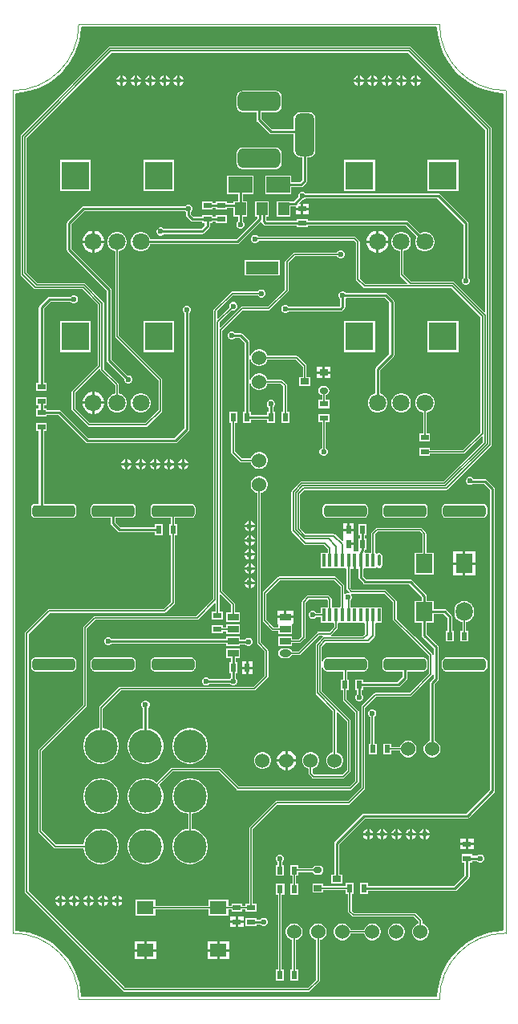
<source format=gtl>
G04*
G04 #@! TF.GenerationSoftware,Altium Limited,Altium Designer,21.6.4 (81)*
G04*
G04 Layer_Physical_Order=1*
G04 Layer_Color=255*
%FSAX44Y44*%
%MOMM*%
G71*
G04*
G04 #@! TF.SameCoordinates,1A77CDA6-7C2D-4FE3-B1CB-ECEED33A992D*
G04*
G04*
G04 #@! TF.FilePolarity,Positive*
G04*
G01*
G75*
%ADD13C,0.2540*%
%ADD14C,0.0500*%
%ADD15R,0.3500X1.3500*%
%ADD16O,0.3500X1.3500*%
%ADD17O,1.8000X2.0000*%
%ADD18R,1.8000X2.0000*%
%ADD19R,1.8000X1.4000*%
%ADD20R,0.6000X0.9000*%
%ADD21R,0.9000X0.6000*%
%ADD22R,1.2000X1.4000*%
%ADD23R,3.5000X1.4000*%
%ADD24R,1.2000X0.8000*%
%ADD25O,1.2000X0.8000*%
%ADD26O,0.9000X0.7000*%
%ADD27R,0.9000X0.7000*%
%ADD28R,2.5000X1.7000*%
%ADD51C,0.1270*%
%ADD52C,1.5240*%
G04:AMPARAMS|DCode=53|XSize=4.5mm|YSize=1.2mm|CornerRadius=0.3mm|HoleSize=0mm|Usage=FLASHONLY|Rotation=0.000|XOffset=0mm|YOffset=0mm|HoleType=Round|Shape=RoundedRectangle|*
%AMROUNDEDRECTD53*
21,1,4.5000,0.6000,0,0,0.0*
21,1,3.9000,1.2000,0,0,0.0*
1,1,0.6000,1.9500,-0.3000*
1,1,0.6000,-1.9500,-0.3000*
1,1,0.6000,-1.9500,0.3000*
1,1,0.6000,1.9500,0.3000*
%
%ADD53ROUNDEDRECTD53*%
%ADD54R,3.0000X3.0000*%
%ADD55C,1.8000*%
G04:AMPARAMS|DCode=56|XSize=4.5mm|YSize=2mm|CornerRadius=0.5mm|HoleSize=0mm|Usage=FLASHONLY|Rotation=90.000|XOffset=0mm|YOffset=0mm|HoleType=Round|Shape=RoundedRectangle|*
%AMROUNDEDRECTD56*
21,1,4.5000,1.0000,0,0,90.0*
21,1,3.5000,2.0000,0,0,90.0*
1,1,1.0000,0.5000,1.7500*
1,1,1.0000,0.5000,-1.7500*
1,1,1.0000,-0.5000,-1.7500*
1,1,1.0000,-0.5000,1.7500*
%
%ADD56ROUNDEDRECTD56*%
G04:AMPARAMS|DCode=57|XSize=4.5mm|YSize=2mm|CornerRadius=0.5mm|HoleSize=0mm|Usage=FLASHONLY|Rotation=180.000|XOffset=0mm|YOffset=0mm|HoleType=Round|Shape=RoundedRectangle|*
%AMROUNDEDRECTD57*
21,1,4.5000,1.0000,0,0,180.0*
21,1,3.5000,2.0000,0,0,180.0*
1,1,1.0000,-1.7500,0.5000*
1,1,1.0000,1.7500,0.5000*
1,1,1.0000,1.7500,-0.5000*
1,1,1.0000,-1.7500,-0.5000*
%
%ADD57ROUNDEDRECTD57*%
%ADD58C,3.5000*%
%ADD59C,0.6000*%
G36*
X00938007Y01260669D02*
X00938679Y01253847D01*
X00938716Y01253724D01*
Y01253596D01*
X00940053Y01246873D01*
X00940103Y01246754D01*
X00940115Y01246626D01*
X00942105Y01240067D01*
X00942166Y01239953D01*
X00942191Y01239827D01*
X00944814Y01233494D01*
X00944885Y01233387D01*
X00944922Y01233264D01*
X00948154Y01227219D01*
X00948235Y01227120D01*
X00948284Y01227001D01*
X00952093Y01221302D01*
X00952184Y01221211D01*
X00952244Y01221097D01*
X00956593Y01215799D01*
X00956692Y01215717D01*
X00956763Y01215610D01*
X00961610Y01210763D01*
X00961717Y01210692D01*
X00961799Y01210593D01*
X00967097Y01206244D01*
X00967211Y01206184D01*
X00967302Y01206093D01*
X00973001Y01202284D01*
X00973120Y01202235D01*
X00973219Y01202154D01*
X00979265Y01198923D01*
X00979387Y01198885D01*
X00979494Y01198814D01*
X00985827Y01196191D01*
X00985953Y01196166D01*
X00986067Y01196105D01*
X00992626Y01194115D01*
X00992754Y01194103D01*
X00992873Y01194053D01*
X00999596Y01192716D01*
X00999724D01*
X00999847Y01192679D01*
X01006669Y01192007D01*
X01007760Y01191256D01*
X01007760Y00308744D01*
X01006669Y00307993D01*
X00999847Y00307321D01*
X00999724Y00307284D01*
X00999596D01*
X00992872Y00305947D01*
X00992754Y00305897D01*
X00992626Y00305885D01*
X00986067Y00303895D01*
X00985953Y00303834D01*
X00985827Y00303809D01*
X00979494Y00301186D01*
X00979387Y00301115D01*
X00979265Y00301077D01*
X00973219Y00297846D01*
X00973120Y00297765D01*
X00973001Y00297715D01*
X00967302Y00293907D01*
X00967211Y00293816D01*
X00967097Y00293756D01*
X00961799Y00289407D01*
X00961717Y00289308D01*
X00961610Y00289237D01*
X00956763Y00284389D01*
X00956692Y00284283D01*
X00956593Y00284201D01*
X00952244Y00278902D01*
X00952184Y00278789D01*
X00952093Y00278698D01*
X00948284Y00272999D01*
X00948235Y00272880D01*
X00948154Y00272781D01*
X00944922Y00266735D01*
X00944885Y00266612D01*
X00944814Y00266506D01*
X00942191Y00260173D01*
X00942166Y00260047D01*
X00942105Y00259933D01*
X00940115Y00253374D01*
X00940103Y00253246D01*
X00940053Y00253127D01*
X00938716Y00246404D01*
Y00246276D01*
X00938679Y00246153D01*
X00938007Y00239331D01*
X00937256Y00238240D01*
X00562744D01*
X00561993Y00239331D01*
X00561321Y00246153D01*
X00561284Y00246276D01*
Y00246404D01*
X00559947Y00253127D01*
X00559897Y00253246D01*
X00559885Y00253374D01*
X00557895Y00259933D01*
X00557834Y00260047D01*
X00557809Y00260173D01*
X00555186Y00266506D01*
X00555115Y00266612D01*
X00555078Y00266735D01*
X00551846Y00272781D01*
X00551765Y00272880D01*
X00551716Y00272999D01*
X00547907Y00278698D01*
X00547816Y00278789D01*
X00547756Y00278902D01*
X00543407Y00284201D01*
X00543308Y00284283D01*
X00543237Y00284390D01*
X00538390Y00289237D01*
X00538283Y00289308D01*
X00538201Y00289407D01*
X00532902Y00293756D01*
X00532789Y00293816D01*
X00532698Y00293907D01*
X00526999Y00297715D01*
X00526880Y00297765D01*
X00526781Y00297846D01*
X00520736Y00301077D01*
X00520612Y00301115D01*
X00520506Y00301186D01*
X00514173Y00303809D01*
X00514047Y00303834D01*
X00513933Y00303895D01*
X00507374Y00305885D01*
X00507246Y00305897D01*
X00507127Y00305947D01*
X00500404Y00307284D01*
X00500276D01*
X00500153Y00307321D01*
X00493331Y00307993D01*
X00492240Y00308744D01*
Y01191256D01*
X00493331Y01192007D01*
X00500153Y01192679D01*
X00500276Y01192716D01*
X00500404D01*
X00507127Y01194053D01*
X00507246Y01194103D01*
X00507374Y01194115D01*
X00513933Y01196105D01*
X00514047Y01196166D01*
X00514173Y01196191D01*
X00520506Y01198814D01*
X00520612Y01198885D01*
X00520736Y01198923D01*
X00526781Y01202154D01*
X00526880Y01202235D01*
X00526999Y01202284D01*
X00532698Y01206093D01*
X00532789Y01206184D01*
X00532902Y01206244D01*
X00538201Y01210593D01*
X00538283Y01210692D01*
X00538390Y01210763D01*
X00543237Y01215610D01*
X00543308Y01215717D01*
X00543407Y01215799D01*
X00547756Y01221097D01*
X00547816Y01221211D01*
X00547907Y01221302D01*
X00551716Y01227001D01*
X00551765Y01227120D01*
X00551846Y01227219D01*
X00555078Y01233264D01*
X00555115Y01233387D01*
X00555186Y01233494D01*
X00557809Y01239827D01*
X00557834Y01239953D01*
X00557895Y01240067D01*
X00559885Y01246626D01*
X00559897Y01246754D01*
X00559947Y01246873D01*
X00561284Y01253596D01*
Y01253724D01*
X00561321Y01253847D01*
X00561993Y01260669D01*
X00562744Y01261760D01*
X00937256D01*
X00938007Y01260669D01*
D02*
G37*
%LPC*%
G36*
X00916270Y01210470D02*
Y01206270D01*
X00920470D01*
X00919697Y01208138D01*
X00918138Y01209697D01*
X00916270Y01210470D01*
D02*
G37*
G36*
X00913730D02*
X00911862Y01209697D01*
X00910303Y01208138D01*
X00909530Y01206270D01*
X00913730D01*
Y01210470D01*
D02*
G37*
G36*
X00901270D02*
Y01206270D01*
X00905470D01*
X00904697Y01208138D01*
X00903138Y01209697D01*
X00901270Y01210470D01*
D02*
G37*
G36*
X00898730D02*
X00896862Y01209697D01*
X00895303Y01208138D01*
X00894530Y01206270D01*
X00898730D01*
Y01210470D01*
D02*
G37*
G36*
X00886270D02*
Y01206270D01*
X00890470D01*
X00889697Y01208138D01*
X00888138Y01209697D01*
X00886270Y01210470D01*
D02*
G37*
G36*
X00883730D02*
X00881862Y01209697D01*
X00880303Y01208138D01*
X00879530Y01206270D01*
X00883730D01*
Y01210470D01*
D02*
G37*
G36*
X00871270D02*
Y01206270D01*
X00875470D01*
X00874697Y01208138D01*
X00873138Y01209697D01*
X00871270Y01210470D01*
D02*
G37*
G36*
X00868730D02*
X00866862Y01209697D01*
X00865303Y01208138D01*
X00864530Y01206270D01*
X00868730D01*
Y01210470D01*
D02*
G37*
G36*
X00856270D02*
Y01206270D01*
X00860470D01*
X00859697Y01208138D01*
X00858138Y01209697D01*
X00856270Y01210470D01*
D02*
G37*
G36*
X00853730D02*
X00851862Y01209697D01*
X00850303Y01208138D01*
X00849530Y01206270D01*
X00853730D01*
Y01210470D01*
D02*
G37*
G36*
X00666270D02*
Y01206270D01*
X00670470D01*
X00669697Y01208138D01*
X00668138Y01209697D01*
X00666270Y01210470D01*
D02*
G37*
G36*
X00663730D02*
X00661862Y01209697D01*
X00660303Y01208138D01*
X00659530Y01206270D01*
X00663730D01*
Y01210470D01*
D02*
G37*
G36*
X00651270D02*
Y01206270D01*
X00655470D01*
X00654697Y01208138D01*
X00653138Y01209697D01*
X00651270Y01210470D01*
D02*
G37*
G36*
X00648730D02*
X00646862Y01209697D01*
X00645303Y01208138D01*
X00644530Y01206270D01*
X00648730D01*
Y01210470D01*
D02*
G37*
G36*
X00636270D02*
Y01206270D01*
X00640470D01*
X00639697Y01208138D01*
X00638138Y01209697D01*
X00636270Y01210470D01*
D02*
G37*
G36*
X00633730D02*
X00631862Y01209697D01*
X00630303Y01208138D01*
X00629530Y01206270D01*
X00633730D01*
Y01210470D01*
D02*
G37*
G36*
X00621270D02*
Y01206270D01*
X00625470D01*
X00624697Y01208138D01*
X00623138Y01209697D01*
X00621270Y01210470D01*
D02*
G37*
G36*
X00618730D02*
X00616862Y01209697D01*
X00615303Y01208138D01*
X00614530Y01206270D01*
X00618730D01*
Y01210470D01*
D02*
G37*
G36*
X00606270D02*
Y01206270D01*
X00610470D01*
X00609697Y01208138D01*
X00608138Y01209697D01*
X00606270Y01210470D01*
D02*
G37*
G36*
X00603730D02*
X00601862Y01209697D01*
X00600303Y01208138D01*
X00599530Y01206270D01*
X00603730D01*
Y01210470D01*
D02*
G37*
G36*
X00920470Y01203730D02*
X00916270D01*
Y01199530D01*
X00918138Y01200303D01*
X00919697Y01201862D01*
X00920470Y01203730D01*
D02*
G37*
G36*
X00913730D02*
X00909530D01*
X00910303Y01201862D01*
X00911862Y01200303D01*
X00913730Y01199530D01*
Y01203730D01*
D02*
G37*
G36*
X00905470D02*
X00901270D01*
Y01199530D01*
X00903138Y01200303D01*
X00904697Y01201862D01*
X00905470Y01203730D01*
D02*
G37*
G36*
X00898730D02*
X00894530D01*
X00895303Y01201862D01*
X00896862Y01200303D01*
X00898730Y01199530D01*
Y01203730D01*
D02*
G37*
G36*
X00890470D02*
X00886270D01*
Y01199530D01*
X00888138Y01200303D01*
X00889697Y01201862D01*
X00890470Y01203730D01*
D02*
G37*
G36*
X00883730D02*
X00879530D01*
X00880303Y01201862D01*
X00881862Y01200303D01*
X00883730Y01199530D01*
Y01203730D01*
D02*
G37*
G36*
X00875470D02*
X00871270D01*
Y01199530D01*
X00873138Y01200303D01*
X00874697Y01201862D01*
X00875470Y01203730D01*
D02*
G37*
G36*
X00868730D02*
X00864530D01*
X00865303Y01201862D01*
X00866862Y01200303D01*
X00868730Y01199530D01*
Y01203730D01*
D02*
G37*
G36*
X00860470D02*
X00856270D01*
Y01199530D01*
X00858138Y01200303D01*
X00859697Y01201862D01*
X00860470Y01203730D01*
D02*
G37*
G36*
X00853730D02*
X00849530D01*
X00850303Y01201862D01*
X00851862Y01200303D01*
X00853730Y01199530D01*
Y01203730D01*
D02*
G37*
G36*
X00670470D02*
X00666270D01*
Y01199530D01*
X00668138Y01200303D01*
X00669697Y01201862D01*
X00670470Y01203730D01*
D02*
G37*
G36*
X00663730D02*
X00659530D01*
X00660303Y01201862D01*
X00661862Y01200303D01*
X00663730Y01199530D01*
Y01203730D01*
D02*
G37*
G36*
X00655470D02*
X00651270D01*
Y01199530D01*
X00653138Y01200303D01*
X00654697Y01201862D01*
X00655470Y01203730D01*
D02*
G37*
G36*
X00648730D02*
X00644530D01*
X00645303Y01201862D01*
X00646862Y01200303D01*
X00648730Y01199530D01*
Y01203730D01*
D02*
G37*
G36*
X00640470D02*
X00636270D01*
Y01199530D01*
X00638138Y01200303D01*
X00639697Y01201862D01*
X00640470Y01203730D01*
D02*
G37*
G36*
X00633730D02*
X00629530D01*
X00630303Y01201862D01*
X00631862Y01200303D01*
X00633730Y01199530D01*
Y01203730D01*
D02*
G37*
G36*
X00625470D02*
X00621270D01*
Y01199530D01*
X00623138Y01200303D01*
X00624697Y01201862D01*
X00625470Y01203730D01*
D02*
G37*
G36*
X00618730D02*
X00614530D01*
X00615303Y01201862D01*
X00616862Y01200303D01*
X00618730Y01199530D01*
Y01203730D01*
D02*
G37*
G36*
X00610470D02*
X00606270D01*
Y01199530D01*
X00608138Y01200303D01*
X00609697Y01201862D01*
X00610470Y01203730D01*
D02*
G37*
G36*
X00603730D02*
X00599530D01*
X00600303Y01201862D01*
X00601862Y01200303D01*
X00603730Y01199530D01*
Y01203730D01*
D02*
G37*
G36*
X00767500Y01134393D02*
X00732500D01*
X00730054Y01133906D01*
X00727980Y01132520D01*
X00726594Y01130446D01*
X00726107Y01128000D01*
Y01118000D01*
X00726594Y01115554D01*
X00727980Y01113480D01*
X00730054Y01112094D01*
X00732500Y01111607D01*
X00767500D01*
X00769946Y01112094D01*
X00772020Y01113480D01*
X00773406Y01115554D01*
X00773893Y01118000D01*
Y01128000D01*
X00773406Y01130446D01*
X00772020Y01132520D01*
X00769946Y01133906D01*
X00767500Y01134393D01*
D02*
G37*
G36*
Y01194393D02*
X00732500D01*
X00730054Y01193906D01*
X00727980Y01192520D01*
X00726594Y01190446D01*
X00726107Y01188000D01*
Y01178000D01*
X00726594Y01175554D01*
X00727980Y01173480D01*
X00730054Y01172094D01*
X00732500Y01171607D01*
X00747410D01*
Y01163500D01*
X00747607Y01162509D01*
X00748169Y01161669D01*
X00760669Y01149169D01*
X00761509Y01148607D01*
X00762500Y01148410D01*
X00786607D01*
Y01130500D01*
X00787094Y01128054D01*
X00788480Y01125980D01*
X00790554Y01124594D01*
X00793000Y01124107D01*
X00795160D01*
Y01099573D01*
X00793177Y01097590D01*
X00783770D01*
Y01104770D01*
X00756230D01*
Y01085230D01*
X00783770D01*
Y01092410D01*
X00794250D01*
X00795241Y01092607D01*
X00796081Y01093169D01*
X00799581Y01096669D01*
X00800143Y01097509D01*
X00800340Y01098500D01*
Y01124107D01*
X00803000D01*
X00805446Y01124594D01*
X00807520Y01125980D01*
X00808906Y01128054D01*
X00809393Y01130500D01*
Y01165500D01*
X00808906Y01167946D01*
X00807520Y01170020D01*
X00805446Y01171406D01*
X00803000Y01171893D01*
X00793000D01*
X00790554Y01171406D01*
X00788480Y01170020D01*
X00787094Y01167946D01*
X00786607Y01165500D01*
Y01153590D01*
X00763573D01*
X00752590Y01164573D01*
Y01171607D01*
X00767500D01*
X00769946Y01172094D01*
X00772020Y01173480D01*
X00773406Y01175554D01*
X00773893Y01178000D01*
Y01188000D01*
X00773406Y01190446D01*
X00772020Y01192520D01*
X00769946Y01193906D01*
X00767500Y01194393D01*
D02*
G37*
G36*
X00960270Y01121270D02*
X00927730D01*
Y01088730D01*
X00960270D01*
Y01121270D01*
D02*
G37*
G36*
X00872270D02*
X00839730D01*
Y01088730D01*
X00872270D01*
Y01121270D01*
D02*
G37*
G36*
X00660270D02*
X00627730D01*
Y01088730D01*
X00660270D01*
Y01121270D01*
D02*
G37*
G36*
X00572270D02*
X00539730D01*
Y01088730D01*
X00572270D01*
Y01121270D01*
D02*
G37*
G36*
X00743770Y01104770D02*
X00716230D01*
Y01085230D01*
X00727410D01*
Y01077770D01*
X00722730D01*
Y01076090D01*
X00716020D01*
Y01077770D01*
X00704480D01*
Y01076090D01*
X00701020D01*
Y01077770D01*
X00689480D01*
Y01069230D01*
X00701020D01*
Y01070910D01*
X00704480D01*
Y01069230D01*
X00716020D01*
Y01070910D01*
X00722730D01*
Y01061230D01*
X00727410D01*
Y01056449D01*
X00726380Y01055419D01*
X00725730Y01053849D01*
Y01052151D01*
X00726380Y01050581D01*
X00727581Y01049380D01*
X00729151Y01048730D01*
X00730849D01*
X00732419Y01049380D01*
X00733620Y01050581D01*
X00734270Y01052151D01*
Y01053849D01*
X00733620Y01055419D01*
X00732590Y01056449D01*
Y01061230D01*
X00737270D01*
Y01077770D01*
X00732590D01*
Y01085230D01*
X00743770D01*
Y01104770D01*
D02*
G37*
G36*
X00802540Y01075040D02*
X00796770D01*
Y01070770D01*
X00802540D01*
Y01075040D01*
D02*
G37*
G36*
Y01068230D02*
X00796770D01*
Y01063960D01*
X00802540D01*
Y01068230D01*
D02*
G37*
G36*
X00794230D02*
X00788460D01*
Y01063960D01*
X00794230D01*
Y01068230D01*
D02*
G37*
G36*
X00676099Y01074020D02*
X00674401D01*
X00672831Y01073370D01*
X00671801Y01072340D01*
X00564500D01*
X00563509Y01072143D01*
X00562669Y01071581D01*
X00547669Y01056581D01*
X00547107Y01055741D01*
X00546910Y01054750D01*
Y01026750D01*
X00547107Y01025759D01*
X00547669Y01024919D01*
X00589160Y00983427D01*
Y00910000D01*
X00589357Y00909009D01*
X00589919Y00908169D01*
X00607730Y00890358D01*
Y00888901D01*
X00608380Y00887331D01*
X00609581Y00886130D01*
X00611151Y00885480D01*
X00612849D01*
X00614419Y00886130D01*
X00615620Y00887331D01*
X00616270Y00888901D01*
Y00890599D01*
X00615620Y00892169D01*
X00614419Y00893370D01*
X00612849Y00894020D01*
X00611393D01*
X00594340Y00911073D01*
Y00984500D01*
X00594143Y00985491D01*
X00593581Y00986331D01*
X00552090Y01027823D01*
Y01053677D01*
X00565573Y01067160D01*
X00671801D01*
X00672660Y01066301D01*
Y01062832D01*
X00672857Y01061841D01*
X00673419Y01061000D01*
X00677750Y01056669D01*
X00678591Y01056107D01*
X00679582Y01055910D01*
X00689480D01*
Y01054230D01*
X00692660D01*
Y01052073D01*
X00688927Y01048340D01*
X00649449D01*
X00648419Y01049370D01*
X00646849Y01050020D01*
X00645151D01*
X00643581Y01049370D01*
X00642380Y01048169D01*
X00641730Y01046599D01*
Y01044901D01*
X00642380Y01043331D01*
X00643581Y01042130D01*
X00645151Y01041480D01*
X00646849D01*
X00648419Y01042130D01*
X00649449Y01043160D01*
X00690000D01*
X00690991Y01043357D01*
X00691831Y01043919D01*
X00697081Y01049169D01*
X00697643Y01050009D01*
X00697840Y01051000D01*
Y01054230D01*
X00701020D01*
Y01055910D01*
X00704480D01*
Y01054230D01*
X00716020D01*
Y01062770D01*
X00704480D01*
Y01061090D01*
X00701020D01*
Y01062770D01*
X00689480D01*
Y01061090D01*
X00680654D01*
X00677840Y01063904D01*
Y01066301D01*
X00678870Y01067331D01*
X00679520Y01068901D01*
Y01070599D01*
X00678870Y01072169D01*
X00677669Y01073370D01*
X00676099Y01074020D01*
D02*
G37*
G36*
X00876519Y01046540D02*
X00876270D01*
Y01036270D01*
X00886540D01*
Y01036519D01*
X00885753Y01039454D01*
X00884234Y01042086D01*
X00882086Y01044234D01*
X00879454Y01045753D01*
X00876519Y01046540D01*
D02*
G37*
G36*
X00873730D02*
X00873481D01*
X00870546Y01045753D01*
X00867914Y01044234D01*
X00865766Y01042086D01*
X00864247Y01039454D01*
X00863460Y01036519D01*
Y01036270D01*
X00873730D01*
Y01046540D01*
D02*
G37*
G36*
X00576519D02*
X00576270D01*
Y01036270D01*
X00586540D01*
Y01036519D01*
X00585754Y01039454D01*
X00584234Y01042086D01*
X00582086Y01044234D01*
X00579454Y01045753D01*
X00576519Y01046540D01*
D02*
G37*
G36*
X00573730D02*
X00573481D01*
X00570546Y01045753D01*
X00567914Y01044234D01*
X00565766Y01042086D01*
X00564246Y01039454D01*
X00563460Y01036519D01*
Y01036270D01*
X00573730D01*
Y01046540D01*
D02*
G37*
G36*
X00760270Y01077770D02*
X00745730D01*
Y01061230D01*
X00747746D01*
X00748135Y01059960D01*
X00725765Y01037590D01*
X00634938D01*
X00634570Y01038964D01*
X00633218Y01041306D01*
X00631306Y01043218D01*
X00628964Y01044570D01*
X00626352Y01045270D01*
X00623648D01*
X00621036Y01044570D01*
X00618694Y01043218D01*
X00616782Y01041306D01*
X00615430Y01038964D01*
X00614730Y01036352D01*
Y01033648D01*
X00615430Y01031036D01*
X00616782Y01028694D01*
X00618694Y01026782D01*
X00621036Y01025430D01*
X00623648Y01024730D01*
X00626352D01*
X00628964Y01025430D01*
X00631306Y01026782D01*
X00633218Y01028694D01*
X00634570Y01031036D01*
X00634938Y01032410D01*
X00726837D01*
X00727828Y01032607D01*
X00728669Y01033169D01*
X00751458Y01055958D01*
X00752764Y01055468D01*
X00752857Y01054997D01*
X00753419Y01054157D01*
X00754907Y01052669D01*
X00755747Y01052107D01*
X00756738Y01051910D01*
X00789730D01*
Y01050230D01*
X00801270D01*
Y01051910D01*
X00904427D01*
X00916141Y01040196D01*
X00915430Y01038964D01*
X00914730Y01036352D01*
Y01033648D01*
X00915430Y01031036D01*
X00916782Y01028694D01*
X00918694Y01026782D01*
X00921036Y01025430D01*
X00923648Y01024730D01*
X00926352D01*
X00928964Y01025430D01*
X00931306Y01026782D01*
X00933218Y01028694D01*
X00934570Y01031036D01*
X00935270Y01033648D01*
Y01036352D01*
X00934570Y01038964D01*
X00933218Y01041306D01*
X00931306Y01043218D01*
X00928964Y01044570D01*
X00926352Y01045270D01*
X00923648D01*
X00921036Y01044570D01*
X00919804Y01043859D01*
X00907331Y01056331D01*
X00906491Y01056893D01*
X00905500Y01057090D01*
X00801270D01*
Y01058770D01*
X00789730D01*
Y01057090D01*
X00757840D01*
Y01061230D01*
X00760270D01*
Y01077770D01*
D02*
G37*
G36*
X00886540Y01033730D02*
X00876270D01*
Y01023460D01*
X00876519D01*
X00879454Y01024246D01*
X00882086Y01025766D01*
X00884234Y01027914D01*
X00885753Y01030546D01*
X00886540Y01033481D01*
Y01033730D01*
D02*
G37*
G36*
X00873730D02*
X00863460D01*
Y01033481D01*
X00864247Y01030546D01*
X00865766Y01027914D01*
X00867914Y01025766D01*
X00870546Y01024246D01*
X00873481Y01023460D01*
X00873730D01*
Y01033730D01*
D02*
G37*
G36*
X00586540D02*
X00576270D01*
Y01023460D01*
X00576519D01*
X00579454Y01024246D01*
X00582086Y01025766D01*
X00584234Y01027914D01*
X00585754Y01030546D01*
X00586540Y01033481D01*
Y01033730D01*
D02*
G37*
G36*
X00573730D02*
X00563460D01*
Y01033481D01*
X00564246Y01030546D01*
X00565766Y01027914D01*
X00567914Y01025766D01*
X00570546Y01024246D01*
X00573481Y01023460D01*
X00573730D01*
Y01033730D01*
D02*
G37*
G36*
X00836849Y01025770D02*
X00835151D01*
X00833581Y01025120D01*
X00832380Y01023919D01*
X00832183Y01023442D01*
X00787000D01*
X00787000Y01023442D01*
X00786257Y01023294D01*
X00785627Y01022873D01*
X00777752Y01014998D01*
X00777330Y01014368D01*
X00777183Y01013625D01*
Y00984679D01*
X00759120Y00966617D01*
X00731675D01*
X00730932Y00966469D01*
X00730302Y00966048D01*
X00730302Y00966048D01*
X00709116Y00944863D01*
X00707942Y00945349D01*
Y00949696D01*
X00721174Y00962927D01*
X00721651Y00962730D01*
X00723349D01*
X00724919Y00963380D01*
X00726120Y00964581D01*
X00726770Y00966151D01*
Y00967849D01*
X00726120Y00969419D01*
X00724919Y00970620D01*
X00723349Y00971270D01*
X00721651D01*
X00720081Y00970620D01*
X00718880Y00969419D01*
X00718230Y00967849D01*
Y00966151D01*
X00718427Y00965674D01*
X00706576Y00953822D01*
X00705402Y00954308D01*
Y00961656D01*
X00722305Y00978558D01*
X00748433D01*
X00748630Y00978081D01*
X00749831Y00976880D01*
X00751401Y00976230D01*
X00753099D01*
X00754669Y00976880D01*
X00755870Y00978081D01*
X00756520Y00979651D01*
Y00981349D01*
X00755870Y00982919D01*
X00754669Y00984120D01*
X00753099Y00984770D01*
X00751401D01*
X00749831Y00984120D01*
X00748630Y00982919D01*
X00748433Y00982442D01*
X00721500D01*
X00720757Y00982294D01*
X00720127Y00981873D01*
X00720126Y00981873D01*
X00702087Y00963833D01*
X00701666Y00963203D01*
X00701518Y00962460D01*
Y00658015D01*
X00683445Y00639942D01*
X00576500D01*
X00576500Y00639942D01*
X00575757Y00639795D01*
X00575127Y00639373D01*
X00564627Y00628873D01*
X00564206Y00628243D01*
X00564058Y00627500D01*
Y00546305D01*
X00517377Y00499623D01*
X00516955Y00498993D01*
X00516808Y00498250D01*
Y00412750D01*
X00516955Y00412007D01*
X00517377Y00411377D01*
X00533127Y00395627D01*
X00533757Y00395205D01*
X00534500Y00395058D01*
X00564249D01*
X00564951Y00391525D01*
X00566366Y00388109D01*
X00568420Y00385035D01*
X00571035Y00382420D01*
X00574109Y00380366D01*
X00577525Y00378951D01*
X00581151Y00378230D01*
X00584849D01*
X00588475Y00378951D01*
X00591891Y00380366D01*
X00594965Y00382420D01*
X00597580Y00385035D01*
X00599634Y00388109D01*
X00601049Y00391525D01*
X00601770Y00395151D01*
Y00398849D01*
X00601049Y00402475D01*
X00599634Y00405891D01*
X00597580Y00408965D01*
X00594965Y00411580D01*
X00591891Y00413634D01*
X00588475Y00415049D01*
X00584849Y00415770D01*
X00581151D01*
X00577525Y00415049D01*
X00574109Y00413634D01*
X00571035Y00411580D01*
X00568420Y00408965D01*
X00566366Y00405891D01*
X00564951Y00402475D01*
X00564249Y00398942D01*
X00535304D01*
X00520692Y00413554D01*
Y00497445D01*
X00567373Y00544127D01*
X00567373Y00544127D01*
X00567794Y00544757D01*
X00567942Y00545500D01*
Y00626696D01*
X00577304Y00636058D01*
X00684250D01*
X00684993Y00636205D01*
X00685623Y00636627D01*
X00702884Y00653887D01*
X00704058Y00653401D01*
Y00645270D01*
X00700230D01*
Y00636730D01*
X00711770D01*
Y00645270D01*
X00707942D01*
Y00662902D01*
X00709116Y00663388D01*
X00720558Y00651945D01*
Y00644320D01*
X00715230D01*
Y00633780D01*
X00729770D01*
Y00644320D01*
X00724442D01*
Y00652750D01*
X00724295Y00653493D01*
X00723873Y00654124D01*
X00710772Y00667225D01*
Y00941025D01*
X00732479Y00962733D01*
X00759925D01*
X00760668Y00962880D01*
X00761298Y00963302D01*
X00780498Y00982502D01*
X00780498Y00982502D01*
X00780919Y00983132D01*
X00781067Y00983875D01*
X00781067Y00983875D01*
Y01012820D01*
X00787804Y01019558D01*
X00832183D01*
X00832380Y01019081D01*
X00833581Y01017880D01*
X00835151Y01017230D01*
X00836849D01*
X00838419Y01017880D01*
X00839620Y01019081D01*
X00840270Y01020651D01*
Y01022349D01*
X00839620Y01023919D01*
X00838419Y01025120D01*
X00836849Y01025770D01*
D02*
G37*
G36*
X00771770Y01015770D02*
X00734230D01*
Y00999230D01*
X00771770D01*
Y01015770D01*
D02*
G37*
G36*
X00796599Y01087520D02*
X00794901D01*
X00793331Y01086870D01*
X00792130Y01085669D01*
X00791480Y01084099D01*
Y01082643D01*
X00786657Y01077820D01*
X00780730D01*
X00780480Y01077770D01*
X00768730D01*
Y01061230D01*
X00783270D01*
Y01072640D01*
X00787730D01*
X00788460Y01072041D01*
Y01070770D01*
X00794230D01*
Y01075040D01*
X00792862D01*
X00792376Y01076213D01*
X00795143Y01078980D01*
X00796599D01*
X00798169Y01079630D01*
X00799199Y01080660D01*
X00938177D01*
X00965660Y01053177D01*
Y00996949D01*
X00964630Y00995919D01*
X00963980Y00994349D01*
Y00992651D01*
X00964630Y00991081D01*
X00965831Y00989880D01*
X00967401Y00989230D01*
X00969099D01*
X00970669Y00989880D01*
X00971870Y00991081D01*
X00972520Y00992651D01*
Y00994349D01*
X00971870Y00995919D01*
X00970840Y00996949D01*
Y01054250D01*
X00970643Y01055241D01*
X00970081Y01056081D01*
X00941081Y01085081D01*
X00940241Y01085643D01*
X00939250Y01085840D01*
X00799199D01*
X00798169Y01086870D01*
X00796599Y01087520D01*
D02*
G37*
G36*
X00555349Y00978520D02*
X00553651D01*
X00552081Y00977870D01*
X00551051Y00976840D01*
X00528500D01*
X00527509Y00976643D01*
X00526669Y00976081D01*
X00518169Y00967581D01*
X00517607Y00966741D01*
X00517410Y00965750D01*
Y00886270D01*
X00514230D01*
Y00877730D01*
X00525770D01*
Y00886270D01*
X00522590D01*
Y00964677D01*
X00529573Y00971660D01*
X00551051D01*
X00552081Y00970630D01*
X00553651Y00969980D01*
X00555349D01*
X00556919Y00970630D01*
X00558120Y00971831D01*
X00558770Y00973401D01*
Y00975099D01*
X00558120Y00976669D01*
X00556919Y00977870D01*
X00555349Y00978520D01*
D02*
G37*
G36*
X00592448Y01240732D02*
X00591705Y01240584D01*
X00591074Y01240163D01*
X00591074Y01240163D01*
X00498627Y01147716D01*
X00498205Y01147085D01*
X00498058Y01146342D01*
Y01000750D01*
X00498205Y01000007D01*
X00498627Y00999377D01*
X00512627Y00985377D01*
X00513257Y00984956D01*
X00514000Y00984808D01*
X00563195D01*
X00579308Y00968696D01*
Y00904555D01*
X00552627Y00877874D01*
X00552206Y00877243D01*
X00552058Y00876500D01*
Y00858250D01*
X00552206Y00857507D01*
X00552627Y00856877D01*
X00569127Y00840377D01*
X00569757Y00839956D01*
X00570500Y00839808D01*
X00630750D01*
X00631493Y00839956D01*
X00632123Y00840377D01*
X00647123Y00855377D01*
X00647544Y00856007D01*
X00647692Y00856750D01*
Y00889250D01*
X00647692Y00889250D01*
X00647544Y00889993D01*
X00647123Y00890623D01*
X00647123Y00890623D01*
X00601942Y00935805D01*
Y01024888D01*
X00603964Y01025430D01*
X00606306Y01026782D01*
X00608218Y01028694D01*
X00609570Y01031036D01*
X00610270Y01033648D01*
Y01036352D01*
X00609570Y01038964D01*
X00608218Y01041306D01*
X00606306Y01043218D01*
X00603964Y01044570D01*
X00601352Y01045270D01*
X00598648D01*
X00596036Y01044570D01*
X00593694Y01043218D01*
X00591782Y01041306D01*
X00590430Y01038964D01*
X00589730Y01036352D01*
Y01033648D01*
X00590430Y01031036D01*
X00591782Y01028694D01*
X00593694Y01026782D01*
X00596036Y01025430D01*
X00598058Y01024888D01*
Y00935000D01*
X00598205Y00934257D01*
X00598627Y00933627D01*
X00643808Y00888446D01*
Y00857554D01*
X00629945Y00843692D01*
X00571305D01*
X00555942Y00859055D01*
Y00875695D01*
X00581134Y00900888D01*
X00582308Y00900402D01*
Y00900000D01*
X00582455Y00899257D01*
X00582877Y00898627D01*
X00598058Y00883446D01*
Y00875112D01*
X00596036Y00874570D01*
X00593694Y00873218D01*
X00591782Y00871306D01*
X00590430Y00868964D01*
X00589730Y00866352D01*
Y00863648D01*
X00590430Y00861036D01*
X00591782Y00858694D01*
X00593694Y00856782D01*
X00596036Y00855430D01*
X00598648Y00854730D01*
X00601352D01*
X00603964Y00855430D01*
X00606306Y00856782D01*
X00608218Y00858694D01*
X00609570Y00861036D01*
X00610270Y00863648D01*
Y00866352D01*
X00609570Y00868964D01*
X00608218Y00871306D01*
X00606306Y00873218D01*
X00603964Y00874570D01*
X00601942Y00875112D01*
Y00884250D01*
X00601795Y00884993D01*
X00601373Y00885623D01*
X00586192Y00900805D01*
Y00970092D01*
X00586044Y00970835D01*
X00585623Y00971466D01*
X00566426Y00990663D01*
X00565795Y00991085D01*
X00565052Y00991232D01*
X00515857D01*
X00504482Y01002607D01*
Y01144485D01*
X00594305Y01234308D01*
X00907353D01*
X00988848Y01152813D01*
Y00960901D01*
X00987674Y00960415D01*
X00955966Y00992123D01*
X00955335Y00992544D01*
X00954592Y00992692D01*
X00910805D01*
X00902442Y01001055D01*
Y01025022D01*
X00903964Y01025430D01*
X00906306Y01026782D01*
X00908218Y01028694D01*
X00909570Y01031036D01*
X00910270Y01033648D01*
Y01036352D01*
X00909570Y01038964D01*
X00908218Y01041306D01*
X00906306Y01043218D01*
X00903964Y01044570D01*
X00901352Y01045270D01*
X00898648D01*
X00896036Y01044570D01*
X00893694Y01043218D01*
X00891782Y01041306D01*
X00890430Y01038964D01*
X00889730Y01036352D01*
Y01033648D01*
X00890430Y01031036D01*
X00891782Y01028694D01*
X00893694Y01026782D01*
X00896036Y01025430D01*
X00898558Y01024754D01*
Y01000250D01*
X00898706Y00999507D01*
X00899127Y00998877D01*
X00906677Y00991326D01*
X00906191Y00990152D01*
X00862095D01*
X00856192Y00996055D01*
Y01034750D01*
X00856192Y01034750D01*
X00856044Y01035493D01*
X00855623Y01036123D01*
X00855623Y01036124D01*
X00852123Y01039623D01*
X00851493Y01040044D01*
X00850750Y01040192D01*
X00749214D01*
X00749120Y01040419D01*
X00747919Y01041620D01*
X00746349Y01042270D01*
X00744651D01*
X00743081Y01041620D01*
X00741880Y01040419D01*
X00741230Y01038849D01*
Y01037151D01*
X00741880Y01035581D01*
X00743081Y01034380D01*
X00744651Y01033730D01*
X00746349D01*
X00747919Y01034380D01*
X00749120Y01035581D01*
X00749421Y01036308D01*
X00849946D01*
X00852308Y01033945D01*
Y00995250D01*
X00852456Y00994507D01*
X00852877Y00993877D01*
X00859917Y00986837D01*
X00860547Y00986415D01*
X00861290Y00986268D01*
X00952736D01*
X00983768Y00955236D01*
Y00834015D01*
X00964945Y00815192D01*
X00930520D01*
Y00817520D01*
X00918980D01*
Y00808980D01*
X00930520D01*
Y00811308D01*
X00965750D01*
X00966493Y00811456D01*
X00967123Y00811877D01*
X00985134Y00829887D01*
X00986308Y00829401D01*
Y00823555D01*
X00944695Y00781942D01*
X00794816D01*
X00794072Y00781794D01*
X00793442Y00781373D01*
X00793442Y00781373D01*
X00784627Y00772558D01*
X00784205Y00771927D01*
X00784058Y00771184D01*
Y00730000D01*
X00784205Y00729257D01*
X00784627Y00728627D01*
X00797626Y00715627D01*
X00797627Y00715627D01*
X00798257Y00715206D01*
X00799000Y00715058D01*
X00818696D01*
X00822808Y00710945D01*
Y00707668D01*
X00821910Y00706770D01*
X00820460Y00706770D01*
X00815230D01*
Y00690730D01*
X00820460D01*
X00821270Y00690730D01*
X00822540Y00690730D01*
X00827770D01*
Y00690730D01*
X00828230D01*
Y00690730D01*
X00834270D01*
Y00690730D01*
X00834730D01*
Y00690730D01*
X00839960D01*
X00840770Y00690730D01*
X00841410D01*
X00842308Y00689832D01*
Y00669000D01*
X00842456Y00668257D01*
X00842877Y00667627D01*
X00845310Y00665193D01*
X00845016Y00664446D01*
X00844687Y00664020D01*
X00843151D01*
X00841581Y00663370D01*
X00840962Y00662751D01*
X00839692Y00663277D01*
Y00672000D01*
X00839545Y00672743D01*
X00839123Y00673373D01*
X00831373Y00681123D01*
X00830743Y00681544D01*
X00830000Y00681692D01*
X00771000D01*
X00770257Y00681544D01*
X00769627Y00681123D01*
X00754377Y00665873D01*
X00753956Y00665243D01*
X00753808Y00664500D01*
Y00635250D01*
X00753956Y00634507D01*
X00754377Y00633877D01*
X00763277Y00624977D01*
X00763277Y00624977D01*
X00763907Y00624556D01*
X00764650Y00624408D01*
X00764650Y00624408D01*
X00770230D01*
Y00621080D01*
X00784770D01*
Y00631240D01*
X00784770Y00631620D01*
X00785671Y00632510D01*
X00786040D01*
Y00637780D01*
X00777500D01*
X00768960D01*
Y00632510D01*
X00769329D01*
X00770230Y00631620D01*
X00770230Y00631240D01*
Y00628292D01*
X00765454D01*
X00757692Y00636054D01*
Y00663696D01*
X00771805Y00677808D01*
X00829195D01*
X00835808Y00671196D01*
Y00650168D01*
X00834910Y00649270D01*
X00833460Y00649270D01*
X00829040D01*
X00828230Y00649270D01*
X00827590D01*
X00826692Y00650168D01*
Y00657750D01*
X00826692Y00657750D01*
X00826544Y00658493D01*
X00826123Y00659123D01*
X00826123Y00659123D01*
X00824123Y00661123D01*
X00823493Y00661544D01*
X00822750Y00661692D01*
X00801750D01*
X00801007Y00661544D01*
X00800377Y00661123D01*
X00795627Y00656373D01*
X00795206Y00655743D01*
X00795058Y00655000D01*
Y00618554D01*
X00792095Y00615592D01*
X00784770D01*
Y00618920D01*
X00770230D01*
Y00608380D01*
X00784770D01*
Y00611708D01*
X00792900D01*
X00793643Y00611856D01*
X00794273Y00612277D01*
X00798373Y00616377D01*
X00798794Y00617007D01*
X00798942Y00617750D01*
Y00654195D01*
X00802554Y00657808D01*
X00821945D01*
X00822808Y00656945D01*
Y00650168D01*
X00821910Y00649270D01*
X00820460Y00649270D01*
X00815230D01*
Y00643192D01*
X00810317D01*
X00810120Y00643669D01*
X00808919Y00644870D01*
X00807349Y00645520D01*
X00805651D01*
X00804081Y00644870D01*
X00802880Y00643669D01*
X00802230Y00642099D01*
Y00640401D01*
X00802880Y00638831D01*
X00804081Y00637630D01*
X00805651Y00636980D01*
X00807349D01*
X00808919Y00637630D01*
X00810120Y00638831D01*
X00810317Y00639308D01*
X00815230D01*
Y00633230D01*
X00820460D01*
X00821270Y00633230D01*
X00822540Y00633230D01*
X00826960D01*
X00827770Y00633230D01*
X00828410D01*
X00829308Y00632332D01*
Y00628554D01*
X00824195Y00623442D01*
X00812750D01*
X00812750Y00623442D01*
X00812007Y00623294D01*
X00811377Y00622873D01*
X00811376Y00622873D01*
X00791395Y00602892D01*
X00784487D01*
X00784464Y00603006D01*
X00783299Y00604749D01*
X00781556Y00605914D01*
X00779500Y00606323D01*
X00775500D01*
X00773444Y00605914D01*
X00771701Y00604749D01*
X00770536Y00603006D01*
X00770127Y00600950D01*
X00770536Y00598894D01*
X00771701Y00597150D01*
X00773444Y00595986D01*
X00775500Y00595577D01*
X00779500D01*
X00781556Y00595986D01*
X00783299Y00597150D01*
X00784464Y00598894D01*
X00784487Y00599008D01*
X00792200D01*
X00792943Y00599156D01*
X00793573Y00599577D01*
X00813555Y00619558D01*
X00817068D01*
X00817650Y00618382D01*
X00817635Y00618288D01*
X00817075Y00617913D01*
X00817074Y00617913D01*
X00810127Y00610965D01*
X00809706Y00610335D01*
X00809558Y00609592D01*
Y00559250D01*
X00809706Y00558507D01*
X00810127Y00557877D01*
X00827758Y00540246D01*
Y00496433D01*
X00826269Y00496034D01*
X00824241Y00494864D01*
X00822586Y00493209D01*
X00821416Y00491181D01*
X00820810Y00488920D01*
Y00486580D01*
X00821416Y00484319D01*
X00822586Y00482291D01*
X00824241Y00480636D01*
X00826269Y00479466D01*
X00828530Y00478860D01*
X00830870D01*
X00833131Y00479466D01*
X00835159Y00480636D01*
X00836814Y00482291D01*
X00837984Y00484319D01*
X00838590Y00486580D01*
Y00488920D01*
X00837984Y00491181D01*
X00836814Y00493209D01*
X00835159Y00494864D01*
X00833131Y00496034D01*
X00831642Y00496433D01*
Y00538294D01*
X00832816Y00538780D01*
X00842558Y00529038D01*
Y00477555D01*
X00837695Y00472692D01*
X00808305D01*
X00806242Y00474754D01*
Y00479067D01*
X00807731Y00479466D01*
X00809759Y00480636D01*
X00811414Y00482291D01*
X00812584Y00484319D01*
X00813190Y00486580D01*
Y00488920D01*
X00812584Y00491181D01*
X00811414Y00493209D01*
X00809759Y00494864D01*
X00807731Y00496034D01*
X00805470Y00496640D01*
X00803130D01*
X00800869Y00496034D01*
X00798841Y00494864D01*
X00797186Y00493209D01*
X00796016Y00491181D01*
X00795410Y00488920D01*
Y00486580D01*
X00796016Y00484319D01*
X00797186Y00482291D01*
X00798841Y00480636D01*
X00800869Y00479466D01*
X00802358Y00479067D01*
Y00473950D01*
X00802506Y00473207D01*
X00802927Y00472577D01*
X00806127Y00469377D01*
X00806757Y00468956D01*
X00807500Y00468808D01*
X00838500D01*
X00839243Y00468956D01*
X00839874Y00469377D01*
X00845873Y00475377D01*
X00846294Y00476007D01*
X00846442Y00476750D01*
Y00529842D01*
X00846294Y00530585D01*
X00845873Y00531216D01*
X00815982Y00561107D01*
Y00585342D01*
X00817252Y00585467D01*
X00817478Y00584334D01*
X00818421Y00582921D01*
X00819834Y00581978D01*
X00821500Y00581646D01*
X00839058D01*
Y00573270D01*
X00836230D01*
Y00561730D01*
X00838558D01*
Y00551750D01*
X00838706Y00551007D01*
X00839127Y00550377D01*
X00851558Y00537946D01*
Y00466554D01*
X00845195Y00460192D01*
X00728555D01*
X00709373Y00479373D01*
X00708743Y00479795D01*
X00708000Y00479942D01*
X00658000D01*
X00658000Y00479942D01*
X00657257Y00479795D01*
X00656627Y00479373D01*
X00641886Y00464633D01*
X00638891Y00466634D01*
X00635475Y00468049D01*
X00631849Y00468770D01*
X00628151D01*
X00624525Y00468049D01*
X00621109Y00466634D01*
X00618035Y00464580D01*
X00615420Y00461965D01*
X00613366Y00458891D01*
X00611951Y00455475D01*
X00611230Y00451849D01*
Y00448151D01*
X00611951Y00444525D01*
X00613366Y00441109D01*
X00615420Y00438035D01*
X00618035Y00435420D01*
X00621109Y00433366D01*
X00624525Y00431951D01*
X00628151Y00431230D01*
X00631849D01*
X00635475Y00431951D01*
X00638891Y00433366D01*
X00641965Y00435420D01*
X00644580Y00438035D01*
X00646634Y00441109D01*
X00648049Y00444525D01*
X00648770Y00448151D01*
Y00451849D01*
X00648049Y00455475D01*
X00646634Y00458891D01*
X00644633Y00461886D01*
X00658805Y00476058D01*
X00707195D01*
X00726376Y00456877D01*
X00726377Y00456877D01*
X00727007Y00456456D01*
X00727750Y00456308D01*
X00846000D01*
X00846743Y00456456D01*
X00847373Y00456877D01*
X00854873Y00464377D01*
X00855294Y00465007D01*
X00855442Y00465750D01*
Y00538750D01*
X00855294Y00539493D01*
X00854873Y00540123D01*
X00842442Y00552555D01*
Y00561730D01*
X00844770D01*
Y00573270D01*
X00842942D01*
Y00581646D01*
X00860500D01*
X00862166Y00581978D01*
X00863578Y00582921D01*
X00864522Y00584334D01*
X00864854Y00586000D01*
Y00592000D01*
X00864522Y00593666D01*
X00863578Y00595079D01*
X00862166Y00596022D01*
X00860500Y00596354D01*
X00821500D01*
X00819834Y00596022D01*
X00818421Y00595079D01*
X00817478Y00593666D01*
X00817252Y00592533D01*
X00815982Y00592658D01*
Y00607735D01*
X00820304Y00612058D01*
X00865000D01*
X00865743Y00612206D01*
X00866373Y00612627D01*
X00871623Y00617877D01*
X00872045Y00618507D01*
X00872192Y00619250D01*
Y00632332D01*
X00873090Y00633230D01*
X00874540Y00633230D01*
X00879770D01*
Y00649270D01*
X00874540D01*
X00873730Y00649270D01*
X00872460Y00649270D01*
X00867230D01*
Y00649270D01*
X00866770D01*
Y00649270D01*
X00861540D01*
X00860730Y00649270D01*
X00859460Y00649270D01*
X00855040D01*
X00854230Y00649270D01*
X00852960Y00649270D01*
X00848540D01*
X00847730Y00649270D01*
X00847090D01*
X00846192Y00650168D01*
Y00656036D01*
X00846419Y00656130D01*
X00847620Y00657331D01*
X00848270Y00658901D01*
Y00660599D01*
X00847620Y00662169D01*
X00847220Y00662569D01*
X00847350Y00663142D01*
X00847777Y00663808D01*
X00882195D01*
X00891308Y00654696D01*
Y00636750D01*
X00891456Y00636007D01*
X00891877Y00635377D01*
X00911627Y00615627D01*
X00911627Y00615627D01*
X00912257Y00615206D01*
X00912620Y00615133D01*
X00929308Y00598446D01*
Y00579305D01*
X00908945Y00558942D01*
X00872750D01*
X00872007Y00558795D01*
X00871377Y00558373D01*
X00858377Y00545373D01*
X00857955Y00544743D01*
X00857808Y00544000D01*
Y00459179D01*
X00843570Y00444942D01*
X00768500D01*
X00768500Y00444942D01*
X00767757Y00444795D01*
X00767127Y00444373D01*
X00740127Y00417373D01*
X00739706Y00416743D01*
X00739558Y00416000D01*
Y00336770D01*
X00735730D01*
Y00334442D01*
X00732270D01*
Y00336770D01*
X00720730D01*
Y00334442D01*
X00717270D01*
Y00340770D01*
X00696730D01*
Y00334442D01*
X00640270D01*
Y00340770D01*
X00619730D01*
Y00324230D01*
X00640270D01*
Y00330558D01*
X00696730D01*
Y00324230D01*
X00717270D01*
Y00330558D01*
X00720730D01*
Y00328230D01*
X00732270D01*
Y00330558D01*
X00735730D01*
Y00328230D01*
X00747270D01*
Y00336770D01*
X00743442D01*
Y00415196D01*
X00769305Y00441058D01*
X00844375D01*
X00845118Y00441205D01*
X00845748Y00441627D01*
X00861123Y00457002D01*
X00861544Y00457632D01*
X00861692Y00458375D01*
X00861692Y00458375D01*
Y00543195D01*
X00873555Y00555058D01*
X00909750D01*
X00910493Y00555205D01*
X00911124Y00555627D01*
X00932623Y00577127D01*
X00932623Y00577127D01*
X00933045Y00577757D01*
X00933192Y00578500D01*
X00933192Y00578500D01*
Y00599250D01*
X00933045Y00599993D01*
X00932623Y00600623D01*
X00914873Y00618373D01*
X00914243Y00618795D01*
X00913880Y00618867D01*
X00895192Y00637555D01*
Y00655500D01*
X00895044Y00656243D01*
X00894623Y00656873D01*
X00894623Y00656873D01*
X00884373Y00667123D01*
X00883743Y00667544D01*
X00883000Y00667692D01*
X00848305D01*
X00846192Y00669805D01*
Y00688301D01*
X00846460Y00689460D01*
X00849480D01*
Y00698750D01*
X00852020D01*
Y00689460D01*
X00854660D01*
Y00681000D01*
X00854857Y00680009D01*
X00855419Y00679169D01*
X00860169Y00674419D01*
X00861009Y00673857D01*
X00862000Y00673660D01*
X00908427D01*
X00921910Y00660177D01*
Y00655870D01*
X00914230D01*
Y00633330D01*
X00921910D01*
Y00619750D01*
X00922107Y00618759D01*
X00922669Y00617919D01*
X00934481Y00606107D01*
Y00574668D01*
X00930869Y00571056D01*
X00930307Y00570216D01*
X00930110Y00569225D01*
Y00508510D01*
X00929269Y00508284D01*
X00927241Y00507114D01*
X00925586Y00505459D01*
X00924416Y00503431D01*
X00923810Y00501170D01*
Y00498830D01*
X00924416Y00496569D01*
X00925586Y00494541D01*
X00927241Y00492886D01*
X00929269Y00491716D01*
X00931530Y00491110D01*
X00933870D01*
X00936131Y00491716D01*
X00938159Y00492886D01*
X00939814Y00494541D01*
X00940984Y00496569D01*
X00941590Y00498830D01*
Y00501170D01*
X00940984Y00503431D01*
X00939814Y00505459D01*
X00938159Y00507114D01*
X00936131Y00508284D01*
X00935290Y00508510D01*
Y00568152D01*
X00938902Y00571764D01*
X00939463Y00572604D01*
X00939660Y00573595D01*
Y00607180D01*
X00939463Y00608171D01*
X00938902Y00609011D01*
X00927090Y00620823D01*
Y00633330D01*
X00934770D01*
Y00642010D01*
X00944827D01*
X00948910Y00637927D01*
Y00624770D01*
X00947230D01*
Y00613230D01*
X00955770D01*
Y00624770D01*
X00954090D01*
Y00639000D01*
X00953893Y00639991D01*
X00953331Y00640831D01*
X00947731Y00646431D01*
X00946891Y00646993D01*
X00945900Y00647190D01*
X00934770D01*
Y00655870D01*
X00927090D01*
Y00661250D01*
X00926893Y00662241D01*
X00926331Y00663081D01*
X00911331Y00678081D01*
X00910491Y00678643D01*
X00909500Y00678840D01*
X00863073D01*
X00859840Y00682073D01*
Y00689829D01*
X00860730Y00690730D01*
X00861540Y00690730D01*
X00865960D01*
X00866770Y00690730D01*
X00868040Y00690730D01*
X00873270D01*
Y00691236D01*
X00874540Y00691622D01*
X00874573Y00691573D01*
X00875572Y00690905D01*
X00876750Y00690671D01*
X00877928Y00690905D01*
X00878927Y00691573D01*
X00879595Y00692572D01*
X00879829Y00693750D01*
Y00703750D01*
X00879595Y00704928D01*
X00878927Y00705927D01*
X00877928Y00706595D01*
X00876750Y00706829D01*
X00875572Y00706595D01*
X00874573Y00705927D01*
X00874540Y00705878D01*
X00873270Y00706264D01*
Y00706770D01*
X00872192D01*
Y00726195D01*
X00875304Y00729308D01*
X00919696D01*
X00922558Y00726445D01*
Y00706670D01*
X00914230D01*
Y00684130D01*
X00934770D01*
Y00706670D01*
X00926442D01*
Y00727250D01*
X00926294Y00727993D01*
X00925873Y00728624D01*
X00921873Y00732623D01*
X00921243Y00733045D01*
X00920500Y00733192D01*
X00874500D01*
X00873757Y00733045D01*
X00873127Y00732623D01*
X00873127Y00732623D01*
X00868877Y00728373D01*
X00868456Y00727743D01*
X00868308Y00727000D01*
Y00707668D01*
X00867410Y00706770D01*
X00865960Y00706770D01*
X00861776D01*
X00861097Y00708040D01*
X00861195Y00708187D01*
X00861392Y00709178D01*
Y00710230D01*
X00863520D01*
Y00721770D01*
X00861840D01*
Y00725230D01*
X00863520D01*
Y00736770D01*
X00854980D01*
Y00725230D01*
X00856660D01*
Y00721770D01*
X00854980D01*
Y00710230D01*
X00854980Y00710230D01*
X00854980D01*
X00854955Y00709019D01*
X00854241Y00708040D01*
X00850635D01*
X00849790Y00708960D01*
X00849790Y00709310D01*
Y00714730D01*
X00844250D01*
Y00717270D01*
X00849790D01*
Y00722690D01*
X00849790Y00723040D01*
Y00723960D01*
X00849790Y00724310D01*
Y00729730D01*
X00838710D01*
Y00724310D01*
X00838710Y00723960D01*
Y00723040D01*
X00838710Y00722690D01*
Y00719446D01*
X00837537Y00718960D01*
X00830373Y00726123D01*
X00829743Y00726544D01*
X00829000Y00726692D01*
X00799239D01*
X00793022Y00732909D01*
Y00768276D01*
X00797725Y00772978D01*
X00947604D01*
X00948347Y00773126D01*
X00948978Y00773547D01*
X00994703Y00819272D01*
X00995125Y00819902D01*
X00995272Y00820646D01*
Y01154670D01*
X00995125Y01155413D01*
X00994703Y01156043D01*
X00910583Y01240163D01*
X00909953Y01240584D01*
X00909210Y01240732D01*
X00592448D01*
X00592448Y01240732D01*
D02*
G37*
G36*
X00960270Y00951270D02*
X00927730D01*
Y00918730D01*
X00960270D01*
Y00951270D01*
D02*
G37*
G36*
X00872270D02*
X00839730D01*
Y00918730D01*
X00872270D01*
Y00951270D01*
D02*
G37*
G36*
X00660270D02*
X00627730D01*
Y00918730D01*
X00660270D01*
Y00951270D01*
D02*
G37*
G36*
X00572270D02*
X00539730D01*
Y00918730D01*
X00572270D01*
Y00951270D01*
D02*
G37*
G36*
X00825290Y00903040D02*
X00819520D01*
Y00898270D01*
X00825290D01*
Y00903040D01*
D02*
G37*
G36*
X00816980D02*
X00811210D01*
Y00898270D01*
X00816980D01*
Y00903040D01*
D02*
G37*
G36*
X00825290Y00895730D02*
X00819520D01*
Y00890960D01*
X00825290D01*
Y00895730D01*
D02*
G37*
G36*
X00816980D02*
X00811210D01*
Y00890960D01*
X00816980D01*
Y00895730D01*
D02*
G37*
G36*
X00722060Y00940210D02*
X00720362D01*
X00718792Y00939560D01*
X00717591Y00938359D01*
X00716941Y00936789D01*
Y00935090D01*
X00717591Y00933521D01*
X00718792Y00932320D01*
X00720362Y00931670D01*
X00722060D01*
X00723630Y00932320D01*
X00724831Y00933521D01*
X00724889Y00933660D01*
X00729177D01*
X00734910Y00927927D01*
Y00855770D01*
X00733230D01*
Y00844230D01*
X00741770D01*
Y00847410D01*
X00758230D01*
Y00844230D01*
X00766770D01*
Y00855770D01*
X00764965D01*
Y00860426D01*
X00765870Y00861331D01*
X00766520Y00862901D01*
Y00864599D01*
X00765870Y00866169D01*
X00764669Y00867370D01*
X00763099Y00868020D01*
X00761401D01*
X00759831Y00867370D01*
X00758630Y00866169D01*
X00757980Y00864599D01*
Y00862901D01*
X00758630Y00861331D01*
X00759785Y00860176D01*
Y00855770D01*
X00758230D01*
Y00852590D01*
X00741770D01*
Y00855770D01*
X00740090D01*
Y00885030D01*
X00741360Y00885198D01*
X00741716Y00883869D01*
X00742886Y00881841D01*
X00744541Y00880186D01*
X00746569Y00879016D01*
X00748830Y00878410D01*
X00751170D01*
X00753431Y00879016D01*
X00755459Y00880186D01*
X00757114Y00881841D01*
X00758284Y00883869D01*
X00758683Y00885358D01*
X00772896D01*
X00775558Y00882695D01*
Y00855770D01*
X00773230D01*
Y00844230D01*
X00781770D01*
Y00855770D01*
X00779442D01*
Y00883500D01*
X00779295Y00884243D01*
X00778873Y00884873D01*
X00775073Y00888673D01*
X00774443Y00889094D01*
X00773700Y00889242D01*
X00758683D01*
X00758284Y00890731D01*
X00757114Y00892759D01*
X00755459Y00894414D01*
X00753431Y00895584D01*
X00751170Y00896190D01*
X00748830D01*
X00746569Y00895584D01*
X00744541Y00894414D01*
X00742886Y00892759D01*
X00741716Y00890731D01*
X00741360Y00889402D01*
X00740090Y00889570D01*
Y00910430D01*
X00741360Y00910598D01*
X00741716Y00909269D01*
X00742886Y00907241D01*
X00744541Y00905586D01*
X00746569Y00904416D01*
X00748830Y00903810D01*
X00751170D01*
X00753431Y00904416D01*
X00755459Y00905586D01*
X00757114Y00907241D01*
X00758284Y00909269D01*
X00758683Y00910758D01*
X00788996D01*
X00796308Y00903446D01*
Y00892270D01*
X00792480D01*
Y00882730D01*
X00804020D01*
Y00892270D01*
X00800192D01*
Y00904250D01*
X00800044Y00904993D01*
X00799623Y00905623D01*
X00791173Y00914073D01*
X00790543Y00914494D01*
X00789800Y00914642D01*
X00758683D01*
X00758284Y00916131D01*
X00757114Y00918159D01*
X00755459Y00919814D01*
X00753431Y00920984D01*
X00751170Y00921590D01*
X00748830D01*
X00746569Y00920984D01*
X00744541Y00919814D01*
X00742886Y00918159D01*
X00741716Y00916131D01*
X00741360Y00914802D01*
X00740090Y00914970D01*
Y00929000D01*
X00739893Y00929991D01*
X00739331Y00930831D01*
X00732081Y00938081D01*
X00731241Y00938643D01*
X00730250Y00938840D01*
X00724350D01*
X00723630Y00939560D01*
X00722060Y00940210D01*
D02*
G37*
G36*
X00576519Y00876540D02*
X00576270D01*
Y00866270D01*
X00586540D01*
Y00866519D01*
X00585754Y00869454D01*
X00584234Y00872086D01*
X00582086Y00874234D01*
X00579454Y00875753D01*
X00576519Y00876540D01*
D02*
G37*
G36*
X00573730D02*
X00573481D01*
X00570546Y00875753D01*
X00567914Y00874234D01*
X00565766Y00872086D01*
X00564246Y00869454D01*
X00563460Y00866519D01*
Y00866270D01*
X00573730D01*
Y00876540D01*
D02*
G37*
G36*
X00819250Y00882863D02*
X00817250D01*
X00815389Y00882493D01*
X00813811Y00881439D01*
X00812757Y00879861D01*
X00812387Y00878000D01*
X00812757Y00876139D01*
X00813811Y00874561D01*
X00815389Y00873507D01*
X00816308Y00873324D01*
Y00868020D01*
X00812480D01*
Y00859480D01*
X00824020D01*
Y00868020D01*
X00820192D01*
Y00873324D01*
X00821111Y00873507D01*
X00822689Y00874561D01*
X00823743Y00876139D01*
X00824113Y00878000D01*
X00823743Y00879861D01*
X00822689Y00881439D01*
X00821111Y00882493D01*
X00819250Y00882863D01*
D02*
G37*
G36*
X00901352Y00875270D02*
X00898648D01*
X00896036Y00874570D01*
X00893694Y00873218D01*
X00891782Y00871306D01*
X00890430Y00868964D01*
X00889730Y00866352D01*
Y00863648D01*
X00890430Y00861036D01*
X00891782Y00858694D01*
X00893694Y00856782D01*
X00896036Y00855430D01*
X00898648Y00854730D01*
X00901352D01*
X00903964Y00855430D01*
X00906306Y00856782D01*
X00908218Y00858694D01*
X00909570Y00861036D01*
X00910270Y00863648D01*
Y00866352D01*
X00909570Y00868964D01*
X00908218Y00871306D01*
X00906306Y00873218D01*
X00903964Y00874570D01*
X00901352Y00875270D01*
D02*
G37*
G36*
X00839132Y00982502D02*
X00837433D01*
X00835864Y00981852D01*
X00834663Y00980651D01*
X00834013Y00979082D01*
Y00977383D01*
X00834663Y00975814D01*
X00835693Y00974783D01*
Y00967606D01*
X00834831Y00966744D01*
X00780973D01*
X00779942Y00967774D01*
X00778373Y00968424D01*
X00776674D01*
X00775105Y00967774D01*
X00773904Y00966573D01*
X00773254Y00965004D01*
Y00963305D01*
X00773904Y00961736D01*
X00775105Y00960534D01*
X00776674Y00959884D01*
X00778373D01*
X00779942Y00960534D01*
X00780973Y00961564D01*
X00835904D01*
X00836895Y00961762D01*
X00837736Y00962323D01*
X00840114Y00964702D01*
X00840675Y00965542D01*
X00840873Y00966533D01*
Y00974783D01*
X00841749Y00975660D01*
X00882427D01*
X00887410Y00970677D01*
Y00916823D01*
X00873169Y00902581D01*
X00872607Y00901741D01*
X00872410Y00900750D01*
Y00874938D01*
X00871036Y00874570D01*
X00868694Y00873218D01*
X00866782Y00871306D01*
X00865430Y00868964D01*
X00864730Y00866352D01*
Y00863648D01*
X00865430Y00861036D01*
X00866782Y00858694D01*
X00868694Y00856782D01*
X00871036Y00855430D01*
X00873648Y00854730D01*
X00876352D01*
X00878964Y00855430D01*
X00881306Y00856782D01*
X00883218Y00858694D01*
X00884570Y00861036D01*
X00885270Y00863648D01*
Y00866352D01*
X00884570Y00868964D01*
X00883218Y00871306D01*
X00881306Y00873218D01*
X00878964Y00874570D01*
X00877590Y00874938D01*
Y00899677D01*
X00891831Y00913919D01*
X00892393Y00914759D01*
X00892590Y00915750D01*
Y00971750D01*
X00892393Y00972741D01*
X00891831Y00973581D01*
X00885331Y00980081D01*
X00884491Y00980643D01*
X00883500Y00980840D01*
X00841714D01*
X00840702Y00981852D01*
X00839132Y00982502D01*
D02*
G37*
G36*
X00626352Y00875270D02*
X00623648D01*
X00621036Y00874570D01*
X00618694Y00873218D01*
X00616782Y00871306D01*
X00615430Y00868964D01*
X00614730Y00866352D01*
Y00863648D01*
X00615430Y00861036D01*
X00616782Y00858694D01*
X00618694Y00856782D01*
X00621036Y00855430D01*
X00623648Y00854730D01*
X00626352D01*
X00628964Y00855430D01*
X00631306Y00856782D01*
X00633218Y00858694D01*
X00634570Y00861036D01*
X00635270Y00863648D01*
Y00866352D01*
X00634570Y00868964D01*
X00633218Y00871306D01*
X00631306Y00873218D01*
X00628964Y00874570D01*
X00626352Y00875270D01*
D02*
G37*
G36*
X00586540Y00863730D02*
X00576270D01*
Y00853460D01*
X00576519D01*
X00579454Y00854246D01*
X00582086Y00855766D01*
X00584234Y00857914D01*
X00585754Y00860546D01*
X00586540Y00863481D01*
Y00863730D01*
D02*
G37*
G36*
X00573730D02*
X00563460D01*
Y00863481D01*
X00564246Y00860546D01*
X00565766Y00857914D01*
X00567914Y00855766D01*
X00570546Y00854246D01*
X00573481Y00853460D01*
X00573730D01*
Y00863730D01*
D02*
G37*
G36*
X00674599Y00967270D02*
X00672901D01*
X00671331Y00966620D01*
X00670130Y00965419D01*
X00669480Y00963849D01*
Y00962151D01*
X00670130Y00960581D01*
X00671160Y00959551D01*
Y00838323D01*
X00660677Y00827840D01*
X00569573D01*
X00540677Y00856735D01*
X00539837Y00857297D01*
X00538846Y00857494D01*
X00525770D01*
Y00859174D01*
X00522590D01*
Y00862730D01*
X00525770D01*
Y00871270D01*
X00514230D01*
Y00862730D01*
X00517410D01*
Y00859174D01*
X00514230D01*
Y00850634D01*
X00525770D01*
Y00852314D01*
X00537773D01*
X00566669Y00823419D01*
X00567509Y00822857D01*
X00568500Y00822660D01*
X00661750D01*
X00662741Y00822857D01*
X00663581Y00823419D01*
X00675581Y00835419D01*
X00676143Y00836259D01*
X00676340Y00837250D01*
Y00959551D01*
X00677370Y00960581D01*
X00678020Y00962151D01*
Y00963849D01*
X00677370Y00965419D01*
X00676169Y00966620D01*
X00674599Y00967270D01*
D02*
G37*
G36*
X00926352Y00875270D02*
X00923648D01*
X00921036Y00874570D01*
X00918694Y00873218D01*
X00916782Y00871306D01*
X00915430Y00868964D01*
X00914730Y00866352D01*
Y00863648D01*
X00915430Y00861036D01*
X00916782Y00858694D01*
X00918694Y00856782D01*
X00921036Y00855430D01*
X00923058Y00854888D01*
Y00832520D01*
X00918980D01*
Y00823980D01*
X00930520D01*
Y00832520D01*
X00926942D01*
Y00854888D01*
X00928964Y00855430D01*
X00931306Y00856782D01*
X00933218Y00858694D01*
X00934570Y00861036D01*
X00935270Y00863648D01*
Y00866352D01*
X00934570Y00868964D01*
X00933218Y00871306D01*
X00931306Y00873218D01*
X00928964Y00874570D01*
X00926352Y00875270D01*
D02*
G37*
G36*
X00824020Y00853020D02*
X00812480D01*
Y00844480D01*
X00816308D01*
Y00817171D01*
X00815581Y00816870D01*
X00814380Y00815669D01*
X00813730Y00814099D01*
Y00812401D01*
X00814380Y00810831D01*
X00815581Y00809630D01*
X00817151Y00808980D01*
X00818849D01*
X00820419Y00809630D01*
X00821620Y00810831D01*
X00822270Y00812401D01*
Y00814099D01*
X00821620Y00815669D01*
X00820419Y00816870D01*
X00820192Y00816964D01*
Y00844480D01*
X00824020D01*
Y00853020D01*
D02*
G37*
G36*
X00671270Y00805470D02*
Y00801270D01*
X00675470D01*
X00674697Y00803138D01*
X00673138Y00804697D01*
X00671270Y00805470D01*
D02*
G37*
G36*
X00668730D02*
X00666862Y00804697D01*
X00665303Y00803138D01*
X00664530Y00801270D01*
X00668730D01*
Y00805470D01*
D02*
G37*
G36*
X00656270D02*
Y00801270D01*
X00660470D01*
X00659697Y00803138D01*
X00658138Y00804697D01*
X00656270Y00805470D01*
D02*
G37*
G36*
X00653730D02*
X00651862Y00804697D01*
X00650303Y00803138D01*
X00649530Y00801270D01*
X00653730D01*
Y00805470D01*
D02*
G37*
G36*
X00641270D02*
Y00801270D01*
X00645470D01*
X00644697Y00803138D01*
X00643138Y00804697D01*
X00641270Y00805470D01*
D02*
G37*
G36*
X00638730D02*
X00636862Y00804697D01*
X00635303Y00803138D01*
X00634530Y00801270D01*
X00638730D01*
Y00805470D01*
D02*
G37*
G36*
X00626270D02*
Y00801270D01*
X00630470D01*
X00629697Y00803138D01*
X00628138Y00804697D01*
X00626270Y00805470D01*
D02*
G37*
G36*
X00623730D02*
X00621862Y00804697D01*
X00620303Y00803138D01*
X00619530Y00801270D01*
X00623730D01*
Y00805470D01*
D02*
G37*
G36*
X00611270D02*
Y00801270D01*
X00615470D01*
X00614697Y00803138D01*
X00613138Y00804697D01*
X00611270Y00805470D01*
D02*
G37*
G36*
X00608730D02*
X00606862Y00804697D01*
X00605303Y00803138D01*
X00604530Y00801270D01*
X00608730D01*
Y00805470D01*
D02*
G37*
G36*
X00726770Y00855770D02*
X00718230D01*
Y00844230D01*
X00720558D01*
Y00812750D01*
X00720705Y00812007D01*
X00721126Y00811377D01*
X00729677Y00802827D01*
X00729677Y00802827D01*
X00730307Y00802405D01*
X00731050Y00802258D01*
X00741317D01*
X00741716Y00800769D01*
X00742886Y00798741D01*
X00744541Y00797086D01*
X00746569Y00795916D01*
X00748830Y00795310D01*
X00751170D01*
X00753431Y00795916D01*
X00755459Y00797086D01*
X00757114Y00798741D01*
X00758284Y00800769D01*
X00758890Y00803030D01*
Y00805370D01*
X00758284Y00807631D01*
X00757114Y00809659D01*
X00755459Y00811314D01*
X00753431Y00812484D01*
X00751170Y00813090D01*
X00748830D01*
X00746569Y00812484D01*
X00744541Y00811314D01*
X00742886Y00809659D01*
X00741716Y00807631D01*
X00741317Y00806142D01*
X00731854D01*
X00724442Y00813555D01*
Y00844230D01*
X00726770D01*
Y00855770D01*
D02*
G37*
G36*
X00675470Y00798730D02*
X00671270D01*
Y00794530D01*
X00673138Y00795303D01*
X00674697Y00796862D01*
X00675470Y00798730D01*
D02*
G37*
G36*
X00668730D02*
X00664530D01*
X00665303Y00796862D01*
X00666862Y00795303D01*
X00668730Y00794530D01*
Y00798730D01*
D02*
G37*
G36*
X00660470D02*
X00656270D01*
Y00794530D01*
X00658138Y00795303D01*
X00659697Y00796862D01*
X00660470Y00798730D01*
D02*
G37*
G36*
X00653730D02*
X00649530D01*
X00650303Y00796862D01*
X00651862Y00795303D01*
X00653730Y00794530D01*
Y00798730D01*
D02*
G37*
G36*
X00645470D02*
X00641270D01*
Y00794530D01*
X00643138Y00795303D01*
X00644697Y00796862D01*
X00645470Y00798730D01*
D02*
G37*
G36*
X00638730D02*
X00634530D01*
X00635303Y00796862D01*
X00636862Y00795303D01*
X00638730Y00794530D01*
Y00798730D01*
D02*
G37*
G36*
X00630470D02*
X00626270D01*
Y00794530D01*
X00628138Y00795303D01*
X00629697Y00796862D01*
X00630470Y00798730D01*
D02*
G37*
G36*
X00623730D02*
X00619530D01*
X00620303Y00796862D01*
X00621862Y00795303D01*
X00623730Y00794530D01*
Y00798730D01*
D02*
G37*
G36*
X00615470D02*
X00611270D01*
Y00794530D01*
X00613138Y00795303D01*
X00614697Y00796862D01*
X00615470Y00798730D01*
D02*
G37*
G36*
X00608730D02*
X00604530D01*
X00605303Y00796862D01*
X00606862Y00795303D01*
X00608730Y00794530D01*
Y00798730D01*
D02*
G37*
G36*
X00986500Y00758354D02*
X00947500D01*
X00945834Y00758022D01*
X00944421Y00757078D01*
X00943478Y00755666D01*
X00943146Y00754000D01*
Y00748000D01*
X00943478Y00746334D01*
X00944421Y00744921D01*
X00945834Y00743978D01*
X00947500Y00743646D01*
X00986500D01*
X00988166Y00743978D01*
X00989578Y00744921D01*
X00990522Y00746334D01*
X00990854Y00748000D01*
Y00754000D01*
X00990522Y00755666D01*
X00989578Y00757078D01*
X00988166Y00758022D01*
X00986500Y00758354D01*
D02*
G37*
G36*
X00923500D02*
X00884500D01*
X00882834Y00758022D01*
X00881422Y00757078D01*
X00880478Y00755666D01*
X00880146Y00754000D01*
Y00748000D01*
X00880478Y00746334D01*
X00881422Y00744921D01*
X00882834Y00743978D01*
X00884500Y00743646D01*
X00923500D01*
X00925166Y00743978D01*
X00926579Y00744921D01*
X00927522Y00746334D01*
X00927854Y00748000D01*
Y00754000D01*
X00927522Y00755666D01*
X00926579Y00757078D01*
X00925166Y00758022D01*
X00923500Y00758354D01*
D02*
G37*
G36*
X00860500D02*
X00821500D01*
X00819834Y00758022D01*
X00818421Y00757078D01*
X00817478Y00755666D01*
X00817146Y00754000D01*
Y00748000D01*
X00817478Y00746334D01*
X00818421Y00744921D01*
X00819834Y00743978D01*
X00821500Y00743646D01*
X00860500D01*
X00862166Y00743978D01*
X00863578Y00744921D01*
X00864522Y00746334D01*
X00864854Y00748000D01*
Y00754000D01*
X00864522Y00755666D01*
X00863578Y00757078D01*
X00862166Y00758022D01*
X00860500Y00758354D01*
D02*
G37*
G36*
X00525770Y00844174D02*
X00514230D01*
Y00835634D01*
X00517410D01*
Y00758354D01*
X00513500D01*
X00511834Y00758022D01*
X00510421Y00757078D01*
X00509478Y00755666D01*
X00509146Y00754000D01*
Y00748000D01*
X00509478Y00746334D01*
X00510421Y00744921D01*
X00511834Y00743978D01*
X00513500Y00743646D01*
X00552500D01*
X00554166Y00743978D01*
X00555578Y00744921D01*
X00556522Y00746334D01*
X00556854Y00748000D01*
Y00754000D01*
X00556522Y00755666D01*
X00555578Y00757078D01*
X00554166Y00758022D01*
X00552500Y00758354D01*
X00522590D01*
Y00835634D01*
X00525770D01*
Y00844174D01*
D02*
G37*
G36*
X00741270Y00740470D02*
Y00736270D01*
X00745470D01*
X00744697Y00738138D01*
X00743138Y00739697D01*
X00741270Y00740470D01*
D02*
G37*
G36*
X00738730D02*
X00736862Y00739697D01*
X00735303Y00738138D01*
X00734530Y00736270D01*
X00738730D01*
Y00740470D01*
D02*
G37*
G36*
X00849790Y00738040D02*
X00845520D01*
Y00732270D01*
X00849790D01*
Y00738040D01*
D02*
G37*
G36*
X00842980D02*
X00838710D01*
Y00732270D01*
X00842980D01*
Y00738040D01*
D02*
G37*
G36*
X00745470Y00733730D02*
X00741270D01*
Y00729530D01*
X00743138Y00730303D01*
X00744697Y00731862D01*
X00745470Y00733730D01*
D02*
G37*
G36*
X00738730D02*
X00734530D01*
X00735303Y00731862D01*
X00736862Y00730303D01*
X00738730Y00729530D01*
Y00733730D01*
D02*
G37*
G36*
X00615500Y00758354D02*
X00576500D01*
X00574834Y00758022D01*
X00573422Y00757078D01*
X00572478Y00755666D01*
X00572146Y00754000D01*
Y00748000D01*
X00572478Y00746334D01*
X00573422Y00744921D01*
X00574834Y00743978D01*
X00576500Y00743646D01*
X00593410D01*
Y00737750D01*
X00593607Y00736759D01*
X00594169Y00735919D01*
X00600669Y00729419D01*
X00601509Y00728857D01*
X00602500Y00728660D01*
X00639730D01*
Y00725480D01*
X00648270D01*
Y00737020D01*
X00639730D01*
Y00733840D01*
X00603573D01*
X00598590Y00738823D01*
Y00743646D01*
X00615500D01*
X00617166Y00743978D01*
X00618578Y00744921D01*
X00619522Y00746334D01*
X00619854Y00748000D01*
Y00754000D01*
X00619522Y00755666D01*
X00618578Y00757078D01*
X00617166Y00758022D01*
X00615500Y00758354D01*
D02*
G37*
G36*
X00741270Y00725470D02*
Y00721270D01*
X00745470D01*
X00744697Y00723138D01*
X00743138Y00724697D01*
X00741270Y00725470D01*
D02*
G37*
G36*
X00738730D02*
X00736862Y00724697D01*
X00735303Y00723138D01*
X00734530Y00721270D01*
X00738730D01*
Y00725470D01*
D02*
G37*
G36*
X00745470Y00718730D02*
X00741270D01*
Y00714530D01*
X00743138Y00715303D01*
X00744697Y00716862D01*
X00745470Y00718730D01*
D02*
G37*
G36*
X00738730D02*
X00734530D01*
X00735303Y00716862D01*
X00736862Y00715303D01*
X00738730Y00714530D01*
Y00718730D01*
D02*
G37*
G36*
X00741270Y00710470D02*
Y00706270D01*
X00745470D01*
X00744697Y00708138D01*
X00743138Y00709697D01*
X00741270Y00710470D01*
D02*
G37*
G36*
X00738730D02*
X00736862Y00709697D01*
X00735303Y00708138D01*
X00734530Y00706270D01*
X00738730D01*
Y00710470D01*
D02*
G37*
G36*
X00745470Y00703730D02*
X00741270D01*
Y00699530D01*
X00743138Y00700303D01*
X00744697Y00701862D01*
X00745470Y00703730D01*
D02*
G37*
G36*
X00738730D02*
X00734530D01*
X00735303Y00701862D01*
X00736862Y00700303D01*
X00738730Y00699530D01*
Y00703730D01*
D02*
G37*
G36*
X00978040Y00707940D02*
X00967770D01*
Y00696670D01*
X00978040D01*
Y00707940D01*
D02*
G37*
G36*
X00965230D02*
X00954960D01*
Y00696670D01*
X00965230D01*
Y00707940D01*
D02*
G37*
G36*
X00741270Y00695470D02*
Y00691270D01*
X00745470D01*
X00744697Y00693138D01*
X00743138Y00694697D01*
X00741270Y00695470D01*
D02*
G37*
G36*
X00738730D02*
X00736862Y00694697D01*
X00735303Y00693138D01*
X00734530Y00691270D01*
X00738730D01*
Y00695470D01*
D02*
G37*
G36*
X00745470Y00688730D02*
X00741270D01*
Y00684530D01*
X00743138Y00685303D01*
X00744697Y00686862D01*
X00745470Y00688730D01*
D02*
G37*
G36*
X00738730D02*
X00734530D01*
X00735303Y00686862D01*
X00736862Y00685303D01*
X00738730Y00684530D01*
Y00688730D01*
D02*
G37*
G36*
X00978040Y00694130D02*
X00967770D01*
Y00682860D01*
X00978040D01*
Y00694130D01*
D02*
G37*
G36*
X00965230D02*
X00954960D01*
Y00682860D01*
X00965230D01*
Y00694130D01*
D02*
G37*
G36*
X00741270Y00680470D02*
Y00676270D01*
X00745470D01*
X00744697Y00678138D01*
X00743138Y00679697D01*
X00741270Y00680470D01*
D02*
G37*
G36*
X00738730D02*
X00736862Y00679697D01*
X00735303Y00678138D01*
X00734530Y00676270D01*
X00738730D01*
Y00680470D01*
D02*
G37*
G36*
X00745470Y00673730D02*
X00741270D01*
Y00669530D01*
X00743138Y00670303D01*
X00744697Y00671862D01*
X00745470Y00673730D01*
D02*
G37*
G36*
X00738730D02*
X00734530D01*
X00735303Y00671862D01*
X00736862Y00670303D01*
X00738730Y00669530D01*
Y00673730D01*
D02*
G37*
G36*
X00786040Y00645590D02*
X00778770D01*
Y00640320D01*
X00786040D01*
Y00645590D01*
D02*
G37*
G36*
X00776230D02*
X00768960D01*
Y00640320D01*
X00776230D01*
Y00645590D01*
D02*
G37*
G36*
X00729770Y00631620D02*
X00715230D01*
Y00627942D01*
X00711770D01*
Y00630270D01*
X00700230D01*
Y00621730D01*
X00711770D01*
Y00624058D01*
X00715230D01*
Y00621080D01*
X00729770D01*
Y00631620D01*
D02*
G37*
G36*
Y00618920D02*
X00715230D01*
Y00616240D01*
X00593799D01*
X00592919Y00617120D01*
X00591349Y00617770D01*
X00589651D01*
X00588081Y00617120D01*
X00586880Y00615919D01*
X00586230Y00614349D01*
Y00612651D01*
X00586880Y00611081D01*
X00588081Y00609880D01*
X00589651Y00609230D01*
X00591349D01*
X00592919Y00609880D01*
X00594099Y00611060D01*
X00715230D01*
Y00608380D01*
X00729770D01*
Y00610410D01*
X00735301D01*
X00736331Y00609380D01*
X00737901Y00608730D01*
X00739599D01*
X00741169Y00609380D01*
X00742370Y00610581D01*
X00743020Y00612151D01*
Y00613849D01*
X00742370Y00615419D01*
X00741169Y00616620D01*
X00739599Y00617270D01*
X00737901D01*
X00736331Y00616620D01*
X00735301Y00615590D01*
X00729770D01*
Y00618920D01*
D02*
G37*
G36*
X00966500Y00655959D02*
X00963819Y00655606D01*
X00961321Y00654571D01*
X00959175Y00652925D01*
X00957529Y00650779D01*
X00956494Y00648281D01*
X00956141Y00645600D01*
Y00643600D01*
X00956494Y00640919D01*
X00957529Y00638421D01*
X00959175Y00636275D01*
X00961321Y00634629D01*
X00963819Y00633594D01*
X00964558Y00633497D01*
Y00624770D01*
X00962230D01*
Y00613230D01*
X00970770D01*
Y00624770D01*
X00968442D01*
Y00633497D01*
X00969181Y00633594D01*
X00971679Y00634629D01*
X00973825Y00636275D01*
X00975471Y00638421D01*
X00976506Y00640919D01*
X00976859Y00643600D01*
Y00645600D01*
X00976506Y00648281D01*
X00975471Y00650779D01*
X00973825Y00652925D01*
X00971679Y00654571D01*
X00969181Y00655606D01*
X00966500Y00655959D01*
D02*
G37*
G36*
X00743040Y00592540D02*
X00738770D01*
Y00586770D01*
X00743040D01*
Y00592540D01*
D02*
G37*
G36*
X00736230D02*
X00731960D01*
Y00586770D01*
X00736230D01*
Y00592540D01*
D02*
G37*
G36*
X00986500Y00596354D02*
X00947500D01*
X00945834Y00596022D01*
X00944421Y00595079D01*
X00943478Y00593666D01*
X00943146Y00592000D01*
Y00586000D01*
X00943478Y00584334D01*
X00944421Y00582921D01*
X00945834Y00581978D01*
X00947500Y00581646D01*
X00986500D01*
X00988166Y00581978D01*
X00989578Y00582921D01*
X00990522Y00584334D01*
X00990854Y00586000D01*
Y00592000D01*
X00990522Y00593666D01*
X00989578Y00595079D01*
X00988166Y00596022D01*
X00986500Y00596354D01*
D02*
G37*
G36*
X00678500D02*
X00639500D01*
X00637834Y00596022D01*
X00636422Y00595079D01*
X00635478Y00593666D01*
X00635146Y00592000D01*
Y00586000D01*
X00635478Y00584334D01*
X00636422Y00582921D01*
X00637834Y00581978D01*
X00639500Y00581646D01*
X00678500D01*
X00680166Y00581978D01*
X00681579Y00582921D01*
X00682522Y00584334D01*
X00682854Y00586000D01*
Y00592000D01*
X00682522Y00593666D01*
X00681579Y00595079D01*
X00680166Y00596022D01*
X00678500Y00596354D01*
D02*
G37*
G36*
X00615500D02*
X00576500D01*
X00574834Y00596022D01*
X00573422Y00595079D01*
X00572478Y00593666D01*
X00572146Y00592000D01*
Y00586000D01*
X00572478Y00584334D01*
X00573422Y00582921D01*
X00574834Y00581978D01*
X00576500Y00581646D01*
X00615500D01*
X00617166Y00581978D01*
X00618578Y00582921D01*
X00619522Y00584334D01*
X00619854Y00586000D01*
Y00592000D01*
X00619522Y00593666D01*
X00618578Y00595079D01*
X00617166Y00596022D01*
X00615500Y00596354D01*
D02*
G37*
G36*
X00552500D02*
X00513500D01*
X00511834Y00596022D01*
X00510421Y00595079D01*
X00509478Y00593666D01*
X00509146Y00592000D01*
Y00586000D01*
X00509478Y00584334D01*
X00510421Y00582921D01*
X00511834Y00581978D01*
X00513500Y00581646D01*
X00552500D01*
X00554166Y00581978D01*
X00555578Y00582921D01*
X00556522Y00584334D01*
X00556854Y00586000D01*
Y00592000D01*
X00556522Y00593666D01*
X00555578Y00595079D01*
X00554166Y00596022D01*
X00552500Y00596354D01*
D02*
G37*
G36*
X00743040Y00584230D02*
X00738770D01*
Y00578460D01*
X00743040D01*
Y00584230D01*
D02*
G37*
G36*
X00736230D02*
X00731960D01*
Y00578460D01*
X00736230D01*
Y00584230D01*
D02*
G37*
G36*
X00729770Y00606220D02*
X00715230D01*
Y00595680D01*
X00719910D01*
Y00591270D01*
X00718230D01*
Y00579730D01*
X00719910D01*
Y00574699D01*
X00718926Y00573715D01*
X00697324D01*
X00696419Y00574620D01*
X00694849Y00575270D01*
X00693151D01*
X00691581Y00574620D01*
X00690380Y00573419D01*
X00689730Y00571849D01*
Y00570151D01*
X00690380Y00568581D01*
X00691581Y00567380D01*
X00693151Y00566730D01*
X00694849D01*
X00696419Y00567380D01*
X00697574Y00568535D01*
X00719176D01*
X00720081Y00567630D01*
X00721651Y00566980D01*
X00723349D01*
X00724919Y00567630D01*
X00726120Y00568831D01*
X00726770Y00570401D01*
Y00572099D01*
X00726120Y00573669D01*
X00725090Y00574699D01*
Y00579730D01*
X00726770D01*
Y00591270D01*
X00725090D01*
Y00595680D01*
X00729770D01*
Y00606220D01*
D02*
G37*
G36*
X00923500Y00596354D02*
X00884500D01*
X00882834Y00596022D01*
X00881422Y00595079D01*
X00880478Y00593666D01*
X00880146Y00592000D01*
Y00586000D01*
X00880478Y00584334D01*
X00881422Y00582921D01*
X00882834Y00581978D01*
X00884500Y00581646D01*
X00901410D01*
Y00575823D01*
X00895677Y00570090D01*
X00859770D01*
Y00573270D01*
X00851230D01*
Y00561730D01*
X00852910D01*
Y00557949D01*
X00851880Y00556919D01*
X00851230Y00555349D01*
Y00553651D01*
X00851880Y00552081D01*
X00853081Y00550880D01*
X00854651Y00550230D01*
X00856349D01*
X00857919Y00550880D01*
X00859120Y00552081D01*
X00859770Y00553651D01*
Y00555349D01*
X00859120Y00556919D01*
X00858090Y00557949D01*
Y00561730D01*
X00859770D01*
Y00564910D01*
X00896750D01*
X00897741Y00565107D01*
X00898581Y00565669D01*
X00905831Y00572919D01*
X00906393Y00573759D01*
X00906590Y00574750D01*
Y00581646D01*
X00923500D01*
X00925166Y00581978D01*
X00926579Y00582921D01*
X00927522Y00584334D01*
X00927854Y00586000D01*
Y00592000D01*
X00927522Y00593666D01*
X00926579Y00595079D01*
X00925166Y00596022D01*
X00923500Y00596354D01*
D02*
G37*
G36*
X00908470Y00508890D02*
X00906130D01*
X00903869Y00508284D01*
X00901841Y00507114D01*
X00900186Y00505459D01*
X00899016Y00503431D01*
X00898617Y00501942D01*
X00889520D01*
Y00505520D01*
X00880980D01*
Y00493980D01*
X00889520D01*
Y00498058D01*
X00898617D01*
X00899016Y00496569D01*
X00900186Y00494541D01*
X00901841Y00492886D01*
X00903869Y00491716D01*
X00906130Y00491110D01*
X00908470D01*
X00910731Y00491716D01*
X00912759Y00492886D01*
X00914414Y00494541D01*
X00915584Y00496569D01*
X00916190Y00498830D01*
Y00501170D01*
X00915584Y00503431D01*
X00914414Y00505459D01*
X00912759Y00507114D01*
X00910731Y00508284D01*
X00908470Y00508890D01*
D02*
G37*
G36*
X00870349Y00541770D02*
X00868651D01*
X00867081Y00541120D01*
X00865880Y00539919D01*
X00865230Y00538349D01*
Y00536651D01*
X00865880Y00535081D01*
X00867081Y00533880D01*
X00867558Y00533683D01*
Y00505520D01*
X00865980D01*
Y00493980D01*
X00874520D01*
Y00505520D01*
X00871442D01*
Y00533683D01*
X00871919Y00533880D01*
X00873120Y00535081D01*
X00873770Y00536651D01*
Y00538349D01*
X00873120Y00539919D01*
X00871919Y00541120D01*
X00870349Y00541770D01*
D02*
G37*
G36*
X00780238Y00497910D02*
X00780170D01*
Y00489020D01*
X00789060D01*
Y00489088D01*
X00788368Y00491672D01*
X00787030Y00493988D01*
X00785138Y00495880D01*
X00782822Y00497218D01*
X00780238Y00497910D01*
D02*
G37*
G36*
X00777630D02*
X00777562D01*
X00774978Y00497218D01*
X00772662Y00495880D01*
X00770770Y00493988D01*
X00769432Y00491672D01*
X00768740Y00489088D01*
Y00489020D01*
X00777630D01*
Y00497910D01*
D02*
G37*
G36*
X00678849Y00521770D02*
X00675151D01*
X00671525Y00521049D01*
X00668109Y00519634D01*
X00665035Y00517580D01*
X00662420Y00514965D01*
X00660366Y00511891D01*
X00658951Y00508475D01*
X00658230Y00504849D01*
Y00501151D01*
X00658951Y00497525D01*
X00660366Y00494109D01*
X00662420Y00491035D01*
X00665035Y00488420D01*
X00668109Y00486366D01*
X00671525Y00484951D01*
X00675151Y00484230D01*
X00678849D01*
X00682475Y00484951D01*
X00685891Y00486366D01*
X00688965Y00488420D01*
X00691580Y00491035D01*
X00693634Y00494109D01*
X00695049Y00497525D01*
X00695770Y00501151D01*
Y00504849D01*
X00695049Y00508475D01*
X00693634Y00511891D01*
X00691580Y00514965D01*
X00688965Y00517580D01*
X00685891Y00519634D01*
X00682475Y00521049D01*
X00678849Y00521770D01*
D02*
G37*
G36*
X00630849Y00550770D02*
X00629151D01*
X00627581Y00550120D01*
X00626380Y00548919D01*
X00625730Y00547349D01*
Y00545651D01*
X00626380Y00544081D01*
X00627410Y00543051D01*
Y00521623D01*
X00624525Y00521049D01*
X00621109Y00519634D01*
X00618035Y00517580D01*
X00615420Y00514965D01*
X00613366Y00511891D01*
X00611951Y00508475D01*
X00611230Y00504849D01*
Y00501151D01*
X00611951Y00497525D01*
X00613366Y00494109D01*
X00615420Y00491035D01*
X00618035Y00488420D01*
X00621109Y00486366D01*
X00624525Y00484951D01*
X00628151Y00484230D01*
X00631849D01*
X00635475Y00484951D01*
X00638891Y00486366D01*
X00641965Y00488420D01*
X00644580Y00491035D01*
X00646634Y00494109D01*
X00648049Y00497525D01*
X00648770Y00501151D01*
Y00504849D01*
X00648049Y00508475D01*
X00646634Y00511891D01*
X00644580Y00514965D01*
X00641965Y00517580D01*
X00638891Y00519634D01*
X00635475Y00521049D01*
X00632590Y00521623D01*
Y00543051D01*
X00633620Y00544081D01*
X00634270Y00545651D01*
Y00547349D01*
X00633620Y00548919D01*
X00632419Y00550120D01*
X00630849Y00550770D01*
D02*
G37*
G36*
X00751170Y00787690D02*
X00748830D01*
X00746569Y00787084D01*
X00744541Y00785914D01*
X00742886Y00784259D01*
X00741716Y00782231D01*
X00741110Y00779970D01*
Y00777630D01*
X00741716Y00775369D01*
X00742886Y00773341D01*
X00744541Y00771686D01*
X00746569Y00770516D01*
X00748058Y00770117D01*
Y00611500D01*
X00748205Y00610757D01*
X00748627Y00610127D01*
X00755808Y00602946D01*
Y00577245D01*
X00744005Y00565442D01*
X00603000D01*
X00602257Y00565294D01*
X00601627Y00564873D01*
X00581627Y00544873D01*
X00581205Y00544243D01*
X00581058Y00543500D01*
Y00521751D01*
X00577525Y00521049D01*
X00574109Y00519634D01*
X00571035Y00517580D01*
X00568420Y00514965D01*
X00566366Y00511891D01*
X00564951Y00508475D01*
X00564230Y00504849D01*
Y00501151D01*
X00564951Y00497525D01*
X00566366Y00494109D01*
X00568420Y00491035D01*
X00571035Y00488420D01*
X00574109Y00486366D01*
X00577525Y00484951D01*
X00581151Y00484230D01*
X00584849D01*
X00588475Y00484951D01*
X00591891Y00486366D01*
X00594965Y00488420D01*
X00597580Y00491035D01*
X00599634Y00494109D01*
X00601049Y00497525D01*
X00601770Y00501151D01*
Y00504849D01*
X00601049Y00508475D01*
X00599634Y00511891D01*
X00597580Y00514965D01*
X00594965Y00517580D01*
X00591891Y00519634D01*
X00588475Y00521049D01*
X00584942Y00521751D01*
Y00542696D01*
X00603805Y00561558D01*
X00744809D01*
X00745553Y00561706D01*
X00746183Y00562127D01*
X00759123Y00575067D01*
X00759123Y00575067D01*
X00759545Y00575697D01*
X00759692Y00576441D01*
Y00603750D01*
X00759545Y00604493D01*
X00759123Y00605123D01*
X00751942Y00612304D01*
Y00770117D01*
X00753431Y00770516D01*
X00755459Y00771686D01*
X00757114Y00773341D01*
X00758284Y00775369D01*
X00758890Y00777630D01*
Y00779970D01*
X00758284Y00782231D01*
X00757114Y00784259D01*
X00755459Y00785914D01*
X00753431Y00787084D01*
X00751170Y00787690D01*
D02*
G37*
G36*
X00754670Y00496640D02*
X00752330D01*
X00750069Y00496034D01*
X00748041Y00494864D01*
X00746386Y00493209D01*
X00745216Y00491181D01*
X00744610Y00488920D01*
Y00486580D01*
X00745216Y00484319D01*
X00746386Y00482291D01*
X00748041Y00480636D01*
X00750069Y00479466D01*
X00752330Y00478860D01*
X00754670D01*
X00756931Y00479466D01*
X00758959Y00480636D01*
X00760614Y00482291D01*
X00761784Y00484319D01*
X00762390Y00486580D01*
Y00488920D01*
X00761784Y00491181D01*
X00760614Y00493209D01*
X00758959Y00494864D01*
X00756931Y00496034D01*
X00754670Y00496640D01*
D02*
G37*
G36*
X00789060Y00486480D02*
X00780170D01*
Y00477590D01*
X00780238D01*
X00782822Y00478282D01*
X00785138Y00479620D01*
X00787030Y00481512D01*
X00788368Y00483828D01*
X00789060Y00486412D01*
Y00486480D01*
D02*
G37*
G36*
X00777630D02*
X00768740D01*
Y00486412D01*
X00769432Y00483828D01*
X00770770Y00481512D01*
X00772662Y00479620D01*
X00774978Y00478282D01*
X00777562Y00477590D01*
X00777630D01*
Y00486480D01*
D02*
G37*
G36*
X00584849Y00468770D02*
X00581151D01*
X00577525Y00468049D01*
X00574109Y00466634D01*
X00571035Y00464580D01*
X00568420Y00461965D01*
X00566366Y00458891D01*
X00564951Y00455475D01*
X00564230Y00451849D01*
Y00448151D01*
X00564951Y00444525D01*
X00566366Y00441109D01*
X00568420Y00438035D01*
X00571035Y00435420D01*
X00574109Y00433366D01*
X00577525Y00431951D01*
X00581151Y00431230D01*
X00584849D01*
X00588475Y00431951D01*
X00591891Y00433366D01*
X00594965Y00435420D01*
X00597580Y00438035D01*
X00599634Y00441109D01*
X00601049Y00444525D01*
X00601770Y00448151D01*
Y00451849D01*
X00601049Y00455475D01*
X00599634Y00458891D01*
X00597580Y00461965D01*
X00594965Y00464580D01*
X00591891Y00466634D01*
X00588475Y00468049D01*
X00584849Y00468770D01*
D02*
G37*
G36*
X00926270Y00415470D02*
Y00411270D01*
X00930470D01*
X00929697Y00413138D01*
X00928138Y00414697D01*
X00926270Y00415470D01*
D02*
G37*
G36*
X00923730D02*
X00921862Y00414697D01*
X00920303Y00413138D01*
X00919530Y00411270D01*
X00923730D01*
Y00415470D01*
D02*
G37*
G36*
X00911270D02*
Y00411270D01*
X00915470D01*
X00914697Y00413138D01*
X00913138Y00414697D01*
X00911270Y00415470D01*
D02*
G37*
G36*
X00908730D02*
X00906862Y00414697D01*
X00905303Y00413138D01*
X00904530Y00411270D01*
X00908730D01*
Y00415470D01*
D02*
G37*
G36*
X00896270D02*
Y00411270D01*
X00900470D01*
X00899697Y00413138D01*
X00898138Y00414697D01*
X00896270Y00415470D01*
D02*
G37*
G36*
X00893730D02*
X00891862Y00414697D01*
X00890303Y00413138D01*
X00889530Y00411270D01*
X00893730D01*
Y00415470D01*
D02*
G37*
G36*
X00881270D02*
Y00411270D01*
X00885470D01*
X00884697Y00413138D01*
X00883138Y00414697D01*
X00881270Y00415470D01*
D02*
G37*
G36*
X00878730D02*
X00876862Y00414697D01*
X00875303Y00413138D01*
X00874530Y00411270D01*
X00878730D01*
Y00415470D01*
D02*
G37*
G36*
X00866270D02*
Y00411270D01*
X00870470D01*
X00869697Y00413138D01*
X00868138Y00414697D01*
X00866270Y00415470D01*
D02*
G37*
G36*
X00863730D02*
X00861862Y00414697D01*
X00860303Y00413138D01*
X00859530Y00411270D01*
X00863730D01*
Y00415470D01*
D02*
G37*
G36*
X00930470Y00408730D02*
X00926270D01*
Y00404530D01*
X00928138Y00405303D01*
X00929697Y00406862D01*
X00930470Y00408730D01*
D02*
G37*
G36*
X00923730D02*
X00919530D01*
X00920303Y00406862D01*
X00921862Y00405303D01*
X00923730Y00404530D01*
Y00408730D01*
D02*
G37*
G36*
X00915470D02*
X00911270D01*
Y00404530D01*
X00913138Y00405303D01*
X00914697Y00406862D01*
X00915470Y00408730D01*
D02*
G37*
G36*
X00908730D02*
X00904530D01*
X00905303Y00406862D01*
X00906862Y00405303D01*
X00908730Y00404530D01*
Y00408730D01*
D02*
G37*
G36*
X00900470D02*
X00896270D01*
Y00404530D01*
X00898138Y00405303D01*
X00899697Y00406862D01*
X00900470Y00408730D01*
D02*
G37*
G36*
X00893730D02*
X00889530D01*
X00890303Y00406862D01*
X00891862Y00405303D01*
X00893730Y00404530D01*
Y00408730D01*
D02*
G37*
G36*
X00885470D02*
X00881270D01*
Y00404530D01*
X00883138Y00405303D01*
X00884697Y00406862D01*
X00885470Y00408730D01*
D02*
G37*
G36*
X00878730D02*
X00874530D01*
X00875303Y00406862D01*
X00876862Y00405303D01*
X00878730Y00404530D01*
Y00408730D01*
D02*
G37*
G36*
X00870470D02*
X00866270D01*
Y00404530D01*
X00868138Y00405303D01*
X00869697Y00406862D01*
X00870470Y00408730D01*
D02*
G37*
G36*
X00863730D02*
X00859530D01*
X00860303Y00406862D01*
X00861862Y00405303D01*
X00863730Y00404530D01*
Y00408730D01*
D02*
G37*
G36*
X00976540Y00405040D02*
X00970770D01*
Y00400770D01*
X00976540D01*
Y00405040D01*
D02*
G37*
G36*
X00968230D02*
X00962460D01*
Y00400770D01*
X00968230D01*
Y00405040D01*
D02*
G37*
G36*
X00976540Y00398230D02*
X00970770D01*
Y00393960D01*
X00976540D01*
Y00398230D01*
D02*
G37*
G36*
X00968230D02*
X00962460D01*
Y00393960D01*
X00968230D01*
Y00398230D01*
D02*
G37*
G36*
X00975270Y00388770D02*
X00963730D01*
Y00380230D01*
X00966910D01*
Y00366323D01*
X00955677Y00355090D01*
X00865020D01*
Y00358270D01*
X00856480D01*
Y00346730D01*
X00865020D01*
Y00349910D01*
X00956750D01*
X00957741Y00350107D01*
X00958581Y00350669D01*
X00971331Y00363419D01*
X00971893Y00364259D01*
X00972090Y00365250D01*
Y00380230D01*
X00975270D01*
Y00381910D01*
X00980005D01*
X00981080Y00380835D01*
X00982649Y00380185D01*
X00984348D01*
X00985917Y00380835D01*
X00987118Y00382036D01*
X00987768Y00383606D01*
Y00385304D01*
X00987118Y00386874D01*
X00985917Y00388075D01*
X00984348Y00388725D01*
X00982649D01*
X00981080Y00388075D01*
X00980094Y00387090D01*
X00975270D01*
Y00388770D01*
D02*
G37*
G36*
X00678849Y00468770D02*
X00675151D01*
X00671525Y00468049D01*
X00668109Y00466634D01*
X00665035Y00464580D01*
X00662420Y00461965D01*
X00660366Y00458891D01*
X00658951Y00455475D01*
X00658230Y00451849D01*
Y00448151D01*
X00658951Y00444525D01*
X00660366Y00441109D01*
X00662420Y00438035D01*
X00665035Y00435420D01*
X00668109Y00433366D01*
X00671525Y00431951D01*
X00675058Y00431249D01*
Y00415751D01*
X00671525Y00415049D01*
X00668109Y00413634D01*
X00665035Y00411580D01*
X00662420Y00408965D01*
X00660366Y00405891D01*
X00658951Y00402475D01*
X00658230Y00398849D01*
Y00395151D01*
X00658951Y00391525D01*
X00660366Y00388109D01*
X00662420Y00385035D01*
X00665035Y00382420D01*
X00668109Y00380366D01*
X00671525Y00378951D01*
X00675151Y00378230D01*
X00678849D01*
X00682475Y00378951D01*
X00685891Y00380366D01*
X00688965Y00382420D01*
X00691580Y00385035D01*
X00693634Y00388109D01*
X00695049Y00391525D01*
X00695770Y00395151D01*
Y00398849D01*
X00695049Y00402475D01*
X00693634Y00405891D01*
X00691580Y00408965D01*
X00688965Y00411580D01*
X00685891Y00413634D01*
X00682475Y00415049D01*
X00678942Y00415751D01*
Y00431249D01*
X00682475Y00431951D01*
X00685891Y00433366D01*
X00688965Y00435420D01*
X00691580Y00438035D01*
X00693634Y00441109D01*
X00695049Y00444525D01*
X00695770Y00448151D01*
Y00451849D01*
X00695049Y00455475D01*
X00693634Y00458891D01*
X00691580Y00461965D01*
X00688965Y00464580D01*
X00685891Y00466634D01*
X00682475Y00468049D01*
X00678849Y00468770D01*
D02*
G37*
G36*
X00631849Y00415770D02*
X00628151D01*
X00624525Y00415049D01*
X00621109Y00413634D01*
X00618035Y00411580D01*
X00615420Y00408965D01*
X00613366Y00405891D01*
X00611951Y00402475D01*
X00611230Y00398849D01*
Y00395151D01*
X00611951Y00391525D01*
X00613366Y00388109D01*
X00615420Y00385035D01*
X00618035Y00382420D01*
X00621109Y00380366D01*
X00624525Y00378951D01*
X00628151Y00378230D01*
X00631849D01*
X00635475Y00378951D01*
X00638891Y00380366D01*
X00641965Y00382420D01*
X00644580Y00385035D01*
X00646634Y00388109D01*
X00648049Y00391525D01*
X00648770Y00395151D01*
Y00398849D01*
X00648049Y00402475D01*
X00646634Y00405891D01*
X00644580Y00408965D01*
X00641965Y00411580D01*
X00638891Y00413634D01*
X00635475Y00415049D01*
X00631849Y00415770D01*
D02*
G37*
G36*
X00791270Y00377520D02*
X00782730D01*
Y00365980D01*
X00785308D01*
Y00357770D01*
X00782980D01*
Y00346230D01*
X00791520D01*
Y00357770D01*
X00789192D01*
Y00365980D01*
X00791270D01*
Y00370058D01*
X00806561D01*
X00807561Y00368561D01*
X00809139Y00367507D01*
X00811000Y00367137D01*
X00813000D01*
X00814861Y00367507D01*
X00816439Y00368561D01*
X00817493Y00370139D01*
X00817863Y00372000D01*
X00817493Y00373861D01*
X00816439Y00375439D01*
X00814861Y00376493D01*
X00813000Y00376863D01*
X00811000D01*
X00809139Y00376493D01*
X00807561Y00375439D01*
X00806561Y00373942D01*
X00791270D01*
Y00377520D01*
D02*
G37*
G36*
X00772849Y00388520D02*
X00771151D01*
X00769581Y00387870D01*
X00768380Y00386669D01*
X00767730Y00385099D01*
Y00383401D01*
X00768380Y00381831D01*
X00769410Y00380801D01*
Y00377520D01*
X00767730D01*
Y00365980D01*
X00776270D01*
Y00377520D01*
X00774590D01*
Y00380801D01*
X00775620Y00381831D01*
X00776270Y00383401D01*
Y00385099D01*
X00775620Y00386669D01*
X00774419Y00387870D01*
X00772849Y00388520D01*
D02*
G37*
G36*
X00973349Y00786770D02*
X00971651D01*
X00970081Y00786120D01*
X00968880Y00784919D01*
X00968230Y00783349D01*
Y00781651D01*
X00968880Y00780081D01*
X00970081Y00778880D01*
X00971651Y00778230D01*
X00973349D01*
X00974919Y00778880D01*
X00975449Y00779410D01*
X00987677D01*
X00993660Y00773427D01*
Y00456823D01*
X00968677Y00431840D01*
X00860750D01*
X00859759Y00431643D01*
X00858919Y00431081D01*
X00830169Y00402331D01*
X00829607Y00401491D01*
X00829410Y00400500D01*
Y00367270D01*
X00826230D01*
Y00357730D01*
X00837770D01*
Y00367270D01*
X00834590D01*
Y00399427D01*
X00861823Y00426660D01*
X00969750D01*
X00970741Y00426857D01*
X00971581Y00427419D01*
X00998081Y00453919D01*
X00998643Y00454759D01*
X00998840Y00455750D01*
Y00774500D01*
X00998643Y00775491D01*
X00998081Y00776331D01*
X00990581Y00783831D01*
X00989741Y00784393D01*
X00988750Y00784590D01*
X00976256D01*
X00976120Y00784919D01*
X00974919Y00786120D01*
X00973349Y00786770D01*
D02*
G37*
G36*
X00850020Y00358270D02*
X00841480D01*
Y00354942D01*
X00817770D01*
Y00357770D01*
X00806230D01*
Y00348230D01*
X00817770D01*
Y00351058D01*
X00841480D01*
Y00346730D01*
X00843808D01*
Y00328525D01*
X00843956Y00327782D01*
X00844377Y00327152D01*
X00848118Y00323410D01*
X00848118Y00323410D01*
X00848748Y00322989D01*
X00849492Y00322841D01*
X00913662D01*
X00918358Y00318146D01*
Y00315683D01*
X00916869Y00315284D01*
X00914841Y00314114D01*
X00913186Y00312459D01*
X00912016Y00310431D01*
X00911410Y00308170D01*
Y00305830D01*
X00912016Y00303569D01*
X00913186Y00301541D01*
X00914841Y00299886D01*
X00916869Y00298716D01*
X00919130Y00298110D01*
X00921470D01*
X00923731Y00298716D01*
X00925759Y00299886D01*
X00927414Y00301541D01*
X00928584Y00303569D01*
X00929190Y00305830D01*
Y00308170D01*
X00928584Y00310431D01*
X00927414Y00312459D01*
X00925759Y00314114D01*
X00923731Y00315284D01*
X00922242Y00315683D01*
Y00318950D01*
X00922094Y00319693D01*
X00921673Y00320323D01*
X00915840Y00326157D01*
X00915210Y00326578D01*
X00914466Y00326726D01*
X00850296D01*
X00847692Y00329330D01*
Y00346730D01*
X00850020D01*
Y00358270D01*
D02*
G37*
G36*
X00601270Y00345470D02*
Y00341270D01*
X00605470D01*
X00604697Y00343138D01*
X00603138Y00344697D01*
X00601270Y00345470D01*
D02*
G37*
G36*
X00598730D02*
X00596862Y00344697D01*
X00595303Y00343138D01*
X00594530Y00341270D01*
X00598730D01*
Y00345470D01*
D02*
G37*
G36*
X00586270D02*
Y00341270D01*
X00590470D01*
X00589697Y00343138D01*
X00588138Y00344697D01*
X00586270Y00345470D01*
D02*
G37*
G36*
X00583730D02*
X00581862Y00344697D01*
X00580303Y00343138D01*
X00579530Y00341270D01*
X00583730D01*
Y00345470D01*
D02*
G37*
G36*
X00571270D02*
Y00341270D01*
X00575470D01*
X00574697Y00343138D01*
X00573138Y00344697D01*
X00571270Y00345470D01*
D02*
G37*
G36*
X00568730D02*
X00566862Y00344697D01*
X00565303Y00343138D01*
X00564530Y00341270D01*
X00568730D01*
Y00345470D01*
D02*
G37*
G36*
X00556270D02*
Y00341270D01*
X00560470D01*
X00559697Y00343138D01*
X00558138Y00344697D01*
X00556270Y00345470D01*
D02*
G37*
G36*
X00553730D02*
X00551862Y00344697D01*
X00550303Y00343138D01*
X00549530Y00341270D01*
X00553730D01*
Y00345470D01*
D02*
G37*
G36*
X00541270D02*
Y00341270D01*
X00545470D01*
X00544697Y00343138D01*
X00543138Y00344697D01*
X00541270Y00345470D01*
D02*
G37*
G36*
X00538730D02*
X00536862Y00344697D01*
X00535303Y00343138D01*
X00534530Y00341270D01*
X00538730D01*
Y00345470D01*
D02*
G37*
G36*
X00605470Y00338730D02*
X00601270D01*
Y00334530D01*
X00603138Y00335303D01*
X00604697Y00336862D01*
X00605470Y00338730D01*
D02*
G37*
G36*
X00598730D02*
X00594530D01*
X00595303Y00336862D01*
X00596862Y00335303D01*
X00598730Y00334530D01*
Y00338730D01*
D02*
G37*
G36*
X00590470D02*
X00586270D01*
Y00334530D01*
X00588138Y00335303D01*
X00589697Y00336862D01*
X00590470Y00338730D01*
D02*
G37*
G36*
X00583730D02*
X00579530D01*
X00580303Y00336862D01*
X00581862Y00335303D01*
X00583730Y00334530D01*
Y00338730D01*
D02*
G37*
G36*
X00575470D02*
X00571270D01*
Y00334530D01*
X00573138Y00335303D01*
X00574697Y00336862D01*
X00575470Y00338730D01*
D02*
G37*
G36*
X00568730D02*
X00564530D01*
X00565303Y00336862D01*
X00566862Y00335303D01*
X00568730Y00334530D01*
Y00338730D01*
D02*
G37*
G36*
X00560470D02*
X00556270D01*
Y00334530D01*
X00558138Y00335303D01*
X00559697Y00336862D01*
X00560470Y00338730D01*
D02*
G37*
G36*
X00553730D02*
X00549530D01*
X00550303Y00336862D01*
X00551862Y00335303D01*
X00553730Y00334530D01*
Y00338730D01*
D02*
G37*
G36*
X00545470D02*
X00541270D01*
Y00334530D01*
X00543138Y00335303D01*
X00544697Y00336862D01*
X00545470Y00338730D01*
D02*
G37*
G36*
X00538730D02*
X00534530D01*
X00535303Y00336862D01*
X00536862Y00335303D01*
X00538730Y00334530D01*
Y00338730D01*
D02*
G37*
G36*
X00755849Y00321770D02*
X00754151D01*
X00752581Y00321120D01*
X00751551Y00320090D01*
X00747270D01*
Y00321770D01*
X00735730D01*
Y00313230D01*
X00747270D01*
Y00314910D01*
X00751551D01*
X00752581Y00313880D01*
X00754151Y00313230D01*
X00755849D01*
X00757419Y00313880D01*
X00758620Y00315081D01*
X00759270Y00316651D01*
Y00318349D01*
X00758620Y00319919D01*
X00757419Y00321120D01*
X00755849Y00321770D01*
D02*
G37*
G36*
X00733540Y00323040D02*
X00727770D01*
Y00318770D01*
X00733540D01*
Y00323040D01*
D02*
G37*
G36*
X00725230D02*
X00719460D01*
Y00318770D01*
X00725230D01*
Y00323040D01*
D02*
G37*
G36*
X00733540Y00316230D02*
X00727770D01*
Y00311960D01*
X00733540D01*
Y00316230D01*
D02*
G37*
G36*
X00725230D02*
X00719460D01*
Y00311960D01*
X00725230D01*
Y00316230D01*
D02*
G37*
G36*
X00870670Y00315890D02*
X00868330D01*
X00866069Y00315284D01*
X00864041Y00314114D01*
X00862386Y00312459D01*
X00861216Y00310431D01*
X00860817Y00308942D01*
X00846333D01*
X00845934Y00310431D01*
X00844764Y00312459D01*
X00843109Y00314114D01*
X00841081Y00315284D01*
X00838820Y00315890D01*
X00836480D01*
X00834219Y00315284D01*
X00832191Y00314114D01*
X00830536Y00312459D01*
X00829366Y00310431D01*
X00828760Y00308170D01*
Y00305830D01*
X00829366Y00303569D01*
X00830536Y00301541D01*
X00832191Y00299886D01*
X00834219Y00298716D01*
X00836480Y00298110D01*
X00838820D01*
X00841081Y00298716D01*
X00843109Y00299886D01*
X00844764Y00301541D01*
X00845934Y00303569D01*
X00846333Y00305058D01*
X00860817D01*
X00861216Y00303569D01*
X00862386Y00301541D01*
X00864041Y00299886D01*
X00866069Y00298716D01*
X00868330Y00298110D01*
X00870670D01*
X00872931Y00298716D01*
X00874959Y00299886D01*
X00876614Y00301541D01*
X00877784Y00303569D01*
X00878390Y00305830D01*
Y00308170D01*
X00877784Y00310431D01*
X00876614Y00312459D01*
X00874959Y00314114D01*
X00872931Y00315284D01*
X00870670Y00315890D01*
D02*
G37*
G36*
X00896070D02*
X00893730D01*
X00891469Y00315284D01*
X00889441Y00314114D01*
X00887786Y00312459D01*
X00886616Y00310431D01*
X00886010Y00308170D01*
Y00305830D01*
X00886616Y00303569D01*
X00887786Y00301541D01*
X00889441Y00299886D01*
X00891469Y00298716D01*
X00893730Y00298110D01*
X00896070D01*
X00898331Y00298716D01*
X00900359Y00299886D01*
X00902014Y00301541D01*
X00903184Y00303569D01*
X00903790Y00305830D01*
Y00308170D01*
X00903184Y00310431D01*
X00902014Y00312459D01*
X00900359Y00314114D01*
X00898331Y00315284D01*
X00896070Y00315890D01*
D02*
G37*
G36*
X00718540Y00297040D02*
X00708270D01*
Y00288770D01*
X00718540D01*
Y00297040D01*
D02*
G37*
G36*
X00705730D02*
X00695460D01*
Y00288770D01*
X00705730D01*
Y00297040D01*
D02*
G37*
G36*
X00641540D02*
X00631270D01*
Y00288770D01*
X00641540D01*
Y00297040D01*
D02*
G37*
G36*
X00628730D02*
X00618460D01*
Y00288770D01*
X00628730D01*
Y00297040D01*
D02*
G37*
G36*
X00718540Y00286230D02*
X00708270D01*
Y00277960D01*
X00718540D01*
Y00286230D01*
D02*
G37*
G36*
X00705730D02*
X00695460D01*
Y00277960D01*
X00705730D01*
Y00286230D01*
D02*
G37*
G36*
X00641540D02*
X00631270D01*
Y00277960D01*
X00641540D01*
Y00286230D01*
D02*
G37*
G36*
X00628730D02*
X00618460D01*
Y00277960D01*
X00628730D01*
Y00286230D01*
D02*
G37*
G36*
X00788020Y00315890D02*
X00785680D01*
X00783419Y00315284D01*
X00781391Y00314114D01*
X00779736Y00312459D01*
X00778566Y00310431D01*
X00777960Y00308170D01*
Y00305830D01*
X00778566Y00303569D01*
X00779736Y00301541D01*
X00781391Y00299886D01*
X00783419Y00298716D01*
X00784908Y00298317D01*
Y00267020D01*
X00782730D01*
Y00255480D01*
X00791270D01*
Y00267020D01*
X00788792D01*
Y00298317D01*
X00790281Y00298716D01*
X00792309Y00299886D01*
X00793964Y00301541D01*
X00795134Y00303569D01*
X00795740Y00305830D01*
Y00308170D01*
X00795134Y00310431D01*
X00793964Y00312459D01*
X00792309Y00314114D01*
X00790281Y00315284D01*
X00788020Y00315890D01*
D02*
G37*
G36*
X00776520Y00357770D02*
X00767980D01*
Y00346230D01*
X00770058D01*
Y00267020D01*
X00767730D01*
Y00255480D01*
X00776270D01*
Y00267020D01*
X00773942D01*
Y00346230D01*
X00776520D01*
Y00357770D01*
D02*
G37*
G36*
X00678500Y00758354D02*
X00639500D01*
X00637834Y00758022D01*
X00636422Y00757078D01*
X00635478Y00755666D01*
X00635146Y00754000D01*
Y00748000D01*
X00635478Y00746334D01*
X00636422Y00744921D01*
X00637834Y00743978D01*
X00639500Y00743646D01*
X00657058D01*
Y00737020D01*
X00654730D01*
Y00725480D01*
X00657058D01*
Y00655054D01*
X00649445Y00647442D01*
X00527750D01*
X00527007Y00647294D01*
X00526377Y00646873D01*
X00526376Y00646873D01*
X00503127Y00623623D01*
X00502705Y00622993D01*
X00502558Y00622250D01*
Y00349000D01*
X00502705Y00348257D01*
X00503127Y00347627D01*
X00606376Y00244377D01*
X00606377Y00244377D01*
X00607007Y00243955D01*
X00607750Y00243808D01*
X00607750Y00243808D01*
X00802250D01*
X00802993Y00243955D01*
X00803623Y00244377D01*
X00813623Y00254377D01*
X00814044Y00255007D01*
X00814192Y00255750D01*
Y00298317D01*
X00815681Y00298716D01*
X00817709Y00299886D01*
X00819364Y00301541D01*
X00820534Y00303569D01*
X00821140Y00305830D01*
Y00308170D01*
X00820534Y00310431D01*
X00819364Y00312459D01*
X00817709Y00314114D01*
X00815681Y00315284D01*
X00813420Y00315890D01*
X00811080D01*
X00808819Y00315284D01*
X00806791Y00314114D01*
X00805136Y00312459D01*
X00803966Y00310431D01*
X00803360Y00308170D01*
Y00305830D01*
X00803966Y00303569D01*
X00805136Y00301541D01*
X00806791Y00299886D01*
X00808819Y00298716D01*
X00810308Y00298317D01*
Y00256555D01*
X00801445Y00247692D01*
X00608554D01*
X00506442Y00349804D01*
Y00621445D01*
X00528554Y00643558D01*
X00650250D01*
X00650993Y00643706D01*
X00651623Y00644127D01*
X00660373Y00652877D01*
X00660373Y00652877D01*
X00660795Y00653507D01*
X00660942Y00654250D01*
X00660942Y00654250D01*
Y00725480D01*
X00663270D01*
Y00737020D01*
X00660942D01*
Y00743646D01*
X00678500D01*
X00680166Y00743978D01*
X00681579Y00744921D01*
X00682522Y00746334D01*
X00682854Y00748000D01*
Y00754000D01*
X00682522Y00755666D01*
X00681579Y00757078D01*
X00680166Y00758022D01*
X00678500Y00758354D01*
D02*
G37*
%LPD*%
G36*
X00859460Y00633230D02*
X00860270Y00633230D01*
X00860910D01*
X00861808Y00632332D01*
Y00620805D01*
X00859485Y00618482D01*
X00826379D01*
X00825798Y00619659D01*
X00825813Y00619752D01*
X00826373Y00620127D01*
X00832623Y00626376D01*
X00832623Y00626377D01*
X00833045Y00627007D01*
X00833192Y00627750D01*
X00833192Y00627750D01*
Y00632332D01*
X00834090Y00633230D01*
X00835540Y00633230D01*
X00839960D01*
X00840770Y00633230D01*
X00842040Y00633230D01*
X00846460D01*
X00847270Y00633230D01*
X00848540Y00633230D01*
X00852960D01*
X00853770Y00633230D01*
X00855040Y00633230D01*
X00859460D01*
D02*
G37*
D13*
X00857250Y00707626D02*
X00858802Y00709178D01*
X00857250Y00681000D02*
Y00707626D01*
X00858802Y00715552D02*
X00859250Y00716000D01*
X00858802Y00709178D02*
Y00715552D01*
X00859250Y00716000D02*
Y00731000D01*
X00968250Y00993500D02*
Y01054250D01*
X00939250Y01083250D02*
X00968250Y01054250D01*
X00795750Y01083250D02*
X00939250D01*
X00835904Y00964154D02*
X00838283Y00966533D01*
Y00978232D01*
X00777524Y00964154D02*
X00835904D01*
X00838283Y00978232D02*
X00838300Y00978250D01*
X00883500D01*
X00890000Y00971750D01*
Y00915750D02*
Y00971750D01*
X00875000Y00900750D02*
X00890000Y00915750D01*
X00875000Y00865000D02*
Y00900750D01*
X00690000Y01045750D02*
X00695250Y01051000D01*
Y01058500D01*
X00646000Y01045750D02*
X00690000D01*
X00591750Y00910000D02*
X00612000Y00889750D01*
X00661750Y00825250D02*
X00673750Y00837250D01*
X00568500Y00825250D02*
X00661750D01*
X00538846Y00854904D02*
X00568500Y00825250D01*
X00591750Y00910000D02*
Y00984500D01*
X00549500Y01026750D02*
X00591750Y00984500D01*
X00549500Y01026750D02*
Y01054750D01*
X00564500Y01069750D01*
X00675250D01*
X00723150Y00613000D02*
X00738750D01*
X00722500Y00613650D02*
X00723150Y00613000D01*
X00630000Y00503000D02*
Y00546500D01*
X00855500Y00554500D02*
X00855500Y00554500D01*
Y00567500D01*
X00780730Y01075230D02*
X00787730D01*
X00795750Y01083250D01*
X00776000Y01069500D02*
Y01070500D01*
X00780730Y01075230D01*
X00675250Y01062832D02*
X00679582Y01058500D01*
X00675250Y01062832D02*
Y01069750D01*
X00679582Y01058500D02*
X00695250D01*
X00710250D01*
X00756738Y01054500D02*
X00795500D01*
X00905500D01*
X00904000Y00574750D02*
Y00589000D01*
X00896750Y00567500D02*
X00904000Y00574750D01*
X00855500Y00567500D02*
X00896750D01*
X00969500Y00384500D02*
X00983453D01*
X00983498Y00384455D01*
X00590500Y00613500D02*
X00590650Y00613650D01*
X00722500D01*
X00520000Y00755598D02*
Y00839904D01*
Y00755598D02*
X00524598Y00751000D01*
X00533000D01*
X00596000Y00737750D02*
Y00751000D01*
Y00737750D02*
X00602500Y00731250D01*
X00644000D01*
X00956750Y00352500D02*
X00969500Y00365250D01*
Y00384500D01*
X00860750Y00352500D02*
X00956750D01*
X00755250Y01055988D02*
Y01067250D01*
Y01055988D02*
X00756738Y01054500D01*
X00753000Y01069500D02*
X00755250Y01067250D01*
X00751000Y01067500D02*
X00753000Y01069500D01*
X00726837Y01035000D02*
X00751000Y01059163D01*
Y01067500D01*
X00625000Y01035000D02*
X00726837D01*
X00905500Y01054500D02*
X00925000Y01035000D01*
X00722375Y00571125D02*
X00722500Y00571250D01*
X00694000Y00571000D02*
X00694125Y00571125D01*
X00722375D01*
X00722500Y00571250D02*
Y00585500D01*
Y00571250D02*
X00722500Y00571250D01*
X00722500Y00600950D02*
X00722500Y00600950D01*
X00722500Y00585500D02*
Y00600950D01*
X00857250Y00681000D02*
X00862000Y00676250D01*
X00909500D01*
X00924500Y00661250D01*
Y00644600D02*
Y00661250D01*
X00945900Y00644600D02*
X00951500Y00639000D01*
X00924500Y00644600D02*
X00945900D01*
X00951500Y00619000D02*
Y00639000D01*
X00924500Y00619750D02*
Y00644600D01*
Y00619750D02*
X00937070Y00607180D01*
Y00573595D02*
Y00607180D01*
X00932700Y00569225D02*
X00937070Y00573595D01*
X00932700Y00500000D02*
Y00569225D01*
X00741500Y00317500D02*
X00755000D01*
X00762375Y00850125D02*
Y00863625D01*
X00762250Y00863750D02*
X00762375Y00863625D01*
Y00850125D02*
X00762500Y00850000D01*
X00973000Y00782000D02*
X00988750D01*
X00972500Y00782500D02*
X00973000Y00782000D01*
X00988750D02*
X00996250Y00774500D01*
Y00455750D02*
Y00774500D01*
X00969750Y00429250D02*
X00996250Y00455750D01*
X00860750Y00429250D02*
X00969750D01*
X00832000Y00400500D02*
X00860750Y00429250D01*
X00832000Y00362500D02*
Y00400500D01*
X00721211Y00935940D02*
X00721521Y00936250D01*
X00730250D01*
X00737500Y00929000D01*
Y00850000D02*
Y00929000D01*
Y00850000D02*
X00762500D01*
X00528500Y00974250D02*
X00554500D01*
X00520000Y00965750D02*
X00528500Y00974250D01*
X00520000Y00882000D02*
Y00965750D01*
X00730000Y01053000D02*
Y01069500D01*
X00772000Y00371750D02*
Y00384250D01*
X00772000Y00384250D01*
X00673750Y00837250D02*
Y00963000D01*
X00520000Y00854904D02*
X00538846D01*
X00520000D02*
Y00867000D01*
X00710250Y01073500D02*
X00728750D01*
X00695250D02*
X00710250D01*
X00730000Y01072250D02*
Y01095000D01*
X00728750Y01073500D02*
X00730000Y01072250D01*
X00797750Y01150750D02*
X00798000Y01151000D01*
X00797750Y01098500D02*
Y01150750D01*
X00794250Y01095000D02*
X00797750Y01098500D01*
X00770000Y01095000D02*
X00794250D01*
X00762500Y01151000D02*
X00798000D01*
X00750000Y01163500D02*
X00762500Y01151000D01*
X00750000Y01163500D02*
Y01186000D01*
D14*
X00940500Y01264350D02*
G03*
X01010350Y01194500I00069850J00000000D01*
G01*
X00489650D02*
G03*
X00559500Y01264350I00000000J00069850D01*
G01*
X01010350Y00305500D02*
G03*
X00940500Y00235650I00000000J-00069850D01*
G01*
X00559500D02*
G03*
X00489650Y00305500I-00069850J00000000D01*
G01*
X01010350D02*
X01010350Y01194500D01*
X00559500Y01264350D02*
X00940500D01*
X00489650Y00305500D02*
X00489650Y01194500D01*
X00559500Y00235650D02*
X00940500D01*
D15*
X00818250Y00641250D02*
D03*
X00876750D02*
D03*
X00850750D02*
D03*
X00857250D02*
D03*
X00863750D02*
D03*
X00870250D02*
D03*
X00824750D02*
D03*
X00831250D02*
D03*
X00837750D02*
D03*
X00844250D02*
D03*
X00818250Y00698750D02*
D03*
X00844250D02*
D03*
X00837750D02*
D03*
X00831250D02*
D03*
X00824750D02*
D03*
X00870250D02*
D03*
X00863750D02*
D03*
X00857250D02*
D03*
X00850750D02*
D03*
D16*
X00876750D02*
D03*
D17*
X00966500Y00644600D02*
D03*
D18*
Y00695400D02*
D03*
X00924500D02*
D03*
Y00644600D02*
D03*
D19*
X00630000Y00332500D02*
D03*
X00707000D02*
D03*
Y00287500D02*
D03*
X00630000D02*
D03*
D20*
X00722500Y00585500D02*
D03*
X00737500D02*
D03*
X00772250Y00352000D02*
D03*
X00787250D02*
D03*
X00844250Y00731000D02*
D03*
X00859250D02*
D03*
X00844250Y00716000D02*
D03*
X00859250D02*
D03*
X00659000Y00731250D02*
D03*
X00644000D02*
D03*
X00840500Y00567500D02*
D03*
X00855500D02*
D03*
X00772000Y00371750D02*
D03*
X00787000D02*
D03*
X00772000Y00261250D02*
D03*
X00787000D02*
D03*
X00845750Y00352500D02*
D03*
X00860750D02*
D03*
X00762500Y00850000D02*
D03*
X00777500D02*
D03*
X00966500Y00619000D02*
D03*
X00951500D02*
D03*
X00885250Y00499750D02*
D03*
X00870250D02*
D03*
X00737500Y00850000D02*
D03*
X00722500D02*
D03*
D21*
X00924750Y00813250D02*
D03*
Y00828250D02*
D03*
X00706000Y00626000D02*
D03*
Y00641000D02*
D03*
X00710250Y01058500D02*
D03*
Y01073500D02*
D03*
X00695250Y01058500D02*
D03*
Y01073500D02*
D03*
X00795500Y01069500D02*
D03*
Y01054500D02*
D03*
X00726500Y00317500D02*
D03*
Y00332500D02*
D03*
X00818250Y00863750D02*
D03*
Y00848750D02*
D03*
X00520000Y00882000D02*
D03*
Y00867000D02*
D03*
Y00854904D02*
D03*
Y00839904D02*
D03*
X00741500Y00317500D02*
D03*
Y00332500D02*
D03*
X00969500Y00399500D02*
D03*
Y00384500D02*
D03*
D22*
X00753000Y01069500D02*
D03*
X00730000D02*
D03*
X00776000D02*
D03*
D23*
X00753000Y01007500D02*
D03*
D24*
X00722500Y00639050D02*
D03*
Y00626350D02*
D03*
Y00613650D02*
D03*
Y00600950D02*
D03*
X00777500Y00639050D02*
D03*
Y00626350D02*
D03*
Y00613650D02*
D03*
D25*
Y00600950D02*
D03*
D26*
X00812000Y00372000D02*
D03*
X00818250Y00878000D02*
D03*
D27*
X00832000Y00362500D02*
D03*
X00812000Y00353000D02*
D03*
X00798250Y00887500D02*
D03*
X00818250Y00897000D02*
D03*
D28*
X00730000Y01095000D02*
D03*
X00770000D02*
D03*
D51*
X00787000Y01021500D02*
X00836000D01*
X00779125Y00983875D02*
Y01013625D01*
X00787000Y01021500D01*
X00759925Y00964675D02*
X00779125Y00983875D01*
X00731675Y00964675D02*
X00759925D01*
X00861290Y00988210D02*
X00953540D01*
X00854250Y00995250D02*
X00861290Y00988210D01*
X00854250Y00995250D02*
Y01034750D01*
X00570500Y00841750D02*
X00630750D01*
X00554000Y00858250D02*
X00570500Y00841750D01*
X00630750D02*
X00645750Y00856750D01*
Y00889250D01*
X00600000Y00935000D02*
Y01035000D01*
Y00935000D02*
X00645750Y00889250D01*
X00565052Y00989290D02*
X00584250Y00970092D01*
Y00900000D02*
X00600000Y00884250D01*
X00584250Y00900000D02*
Y00970092D01*
X00900500Y01000250D02*
Y01034500D01*
X00953540Y00988210D02*
X00985710Y00956040D01*
X00900500Y01000250D02*
X00910000Y00990750D01*
X00954592D02*
X00988250Y00957092D01*
X00910000Y00990750D02*
X00953250D01*
X00954592D01*
X00900000Y01035000D02*
X00900500Y01034500D01*
X00893250Y00636750D02*
X00913000Y00617000D01*
X00893250Y00636750D02*
Y00655500D01*
X00913000Y00617000D02*
X00913500D01*
X00931250Y00599250D01*
X00909750Y00557000D02*
X00931250Y00578500D01*
Y00599250D01*
X00872750Y00557000D02*
X00909750D01*
X00859750Y00544000D02*
X00872750Y00557000D01*
X00566000Y00545500D02*
Y00627500D01*
X00518750Y00498250D02*
X00566000Y00545500D01*
Y00627500D02*
X00576500Y00638000D01*
X00583000Y00503000D02*
Y00543500D01*
X00703460Y00657210D02*
Y00962460D01*
X00684250Y00638000D02*
X00703460Y00657210D01*
X00706000Y00641000D02*
Y00950500D01*
X00703460Y00962460D02*
X00721500Y00980500D01*
X00706000Y00950500D02*
X00722500Y00967000D01*
X00768500Y00443000D02*
X00844375D01*
X00859750Y00458375D02*
Y00544000D01*
X00844375Y00443000D02*
X00859750Y00458375D01*
X00947604Y00774920D02*
X00993330Y00820646D01*
X00945500Y00780000D02*
X00988250Y00822750D01*
Y00955750D02*
Y00957092D01*
X00993330Y00820646D02*
Y01154670D01*
X00988250Y00822750D02*
Y00955750D01*
X00990790Y00821698D02*
Y01153618D01*
X00985710Y00833210D02*
Y00956040D01*
X00965750Y00813250D02*
X00985710Y00833210D01*
X00946552Y00777460D02*
X00990790Y00821698D01*
X00909210Y01238790D02*
X00993330Y01154670D01*
X00908158Y01236250D02*
X00990790Y01153618D01*
X00741500Y00416000D02*
X00768500Y00443000D01*
X00514000Y00986750D02*
X00564000D01*
X00502540Y01001802D02*
X00515052Y00989290D01*
X00500000Y01000750D02*
X00514000Y00986750D01*
X00515052Y00989290D02*
X00565052D01*
X00564000Y00986750D02*
X00581250Y00969500D01*
X00500000Y01000750D02*
Y01146342D01*
X00502540Y01001802D02*
Y01145290D01*
X00722500Y00639050D02*
Y00652750D01*
X00708830Y00941830D02*
X00731675Y00964675D01*
X00708830Y00666420D02*
Y00941830D01*
Y00666420D02*
X00722500Y00652750D01*
X00677000Y00397000D02*
Y00450000D01*
X00658000Y00478000D02*
X00708000D01*
X00630000Y00450000D02*
X00658000Y00478000D01*
X00708000D02*
X00727750Y00458250D01*
X00846000D02*
X00853500Y00465750D01*
X00727750Y00458250D02*
X00846000D01*
X00853500Y00465750D02*
Y00538750D01*
X00840500Y00551750D02*
Y00567500D01*
Y00551750D02*
X00853500Y00538750D01*
X00844000Y00659750D02*
X00844250Y00659500D01*
Y00641250D02*
Y00659500D01*
X00818000Y00813250D02*
X00818250Y00813500D01*
Y00848750D01*
X00786000Y00771184D02*
X00794816Y00780000D01*
X00788540Y00770132D02*
X00795868Y00777460D01*
X00946552D01*
X00791080Y00732104D02*
X00798434Y00724750D01*
X00788540Y00731052D02*
X00798092Y00721500D01*
X00786000Y00730000D02*
Y00771184D01*
X00791080Y00769080D02*
X00796920Y00774920D01*
X00947604D01*
X00794816Y00780000D02*
X00945500D01*
X00791080Y00732104D02*
Y00769080D01*
X00788540Y00731052D02*
Y00770132D01*
X00818250Y00863750D02*
Y00878000D01*
X00731050Y00804200D02*
X00750000D01*
X00722500Y00812750D02*
X00731050Y00804200D01*
X00722500Y00812750D02*
Y00850000D01*
X00773700Y00887300D02*
X00777500Y00883500D01*
Y00850000D02*
Y00883500D01*
X00750000Y00887300D02*
X00773700D01*
X00789800Y00912700D02*
X00798250Y00904250D01*
Y00887500D02*
Y00904250D01*
X00750000Y00912700D02*
X00789800D01*
X00745750Y01038250D02*
X00850750D01*
X00854250Y01034750D01*
X00745500Y01038000D02*
X00745750Y01038250D01*
X00924750Y00813250D02*
X00965750D01*
X00659000Y00654250D02*
Y00731250D01*
X00576500Y00638000D02*
X00684250D01*
X00527750Y00645500D02*
X00650250D01*
X00583000Y00543500D02*
X00603000Y00563500D01*
X00650250Y00645500D02*
X00659000Y00654250D01*
Y00731250D02*
Y00751000D01*
X00518750Y00412750D02*
Y00498250D01*
X00603000Y00563500D02*
X00744809D01*
X00750000Y00611500D02*
X00757750Y00603750D01*
X00750000Y00611500D02*
Y00778800D01*
X00757750Y00576441D02*
Y00603750D01*
X00744809Y00563500D02*
X00757750Y00576441D01*
X00924750Y00828250D02*
X00925000Y00828500D01*
Y00865000D01*
X00966500Y00619000D02*
Y00644600D01*
X00869500Y00500500D02*
Y00537500D01*
Y00500500D02*
X00870250Y00499750D01*
X00806500Y00641250D02*
X00818250D01*
X00801750Y00659750D02*
X00822750D01*
X00797000Y00617750D02*
Y00655000D01*
X00801750Y00659750D01*
X00792900Y00613650D02*
X00797000Y00617750D01*
X00825000Y00621500D02*
X00831250Y00627750D01*
Y00641250D01*
X00812750Y00621500D02*
X00825000D01*
X00792200Y00600950D02*
X00812750Y00621500D01*
X00777500Y00600950D02*
X00792200D01*
X00824750Y00641250D02*
Y00657750D01*
X00822750Y00659750D02*
X00824750Y00657750D01*
X00777500Y00613650D02*
X00792900D01*
X00755750Y00635250D02*
X00764650Y00626350D01*
X00777500D01*
X00755750Y00635250D02*
Y00664500D01*
X00771000Y00679750D01*
X00830000D01*
X00837750Y00672000D01*
Y00641250D02*
Y00672000D01*
X00844250Y00669000D02*
Y00698750D01*
Y00669000D02*
X00847500Y00665750D01*
X00883000D01*
X00707000Y00332500D02*
X00741500D01*
X00741500Y00332500D02*
Y00416000D01*
X00883000Y00665750D02*
X00893250Y00655500D01*
X00885250Y00499750D02*
X00885500Y00500000D01*
X00907300D01*
X00841000Y00568000D02*
Y00589000D01*
X00840500Y00567500D02*
X00841000Y00568000D01*
X00870250Y00619250D02*
Y00641250D01*
X00819500Y00614000D02*
X00865000D01*
X00870250Y00619250D01*
X00838500Y00470750D02*
X00844500Y00476750D01*
X00807500Y00470750D02*
X00838500D01*
X00844500Y00476750D02*
Y00529842D01*
X00814040Y00560302D02*
Y00608540D01*
Y00560302D02*
X00844500Y00529842D01*
X00811500Y00559250D02*
X00829700Y00541050D01*
X00811500Y00559250D02*
Y00609592D01*
X00829700Y00487750D02*
Y00541050D01*
X00811500Y00609592D02*
X00818448Y00616540D01*
X00814040Y00608540D02*
X00819500Y00614000D01*
X00818448Y00616540D02*
X00860290D01*
X00863750Y00620000D01*
Y00641250D01*
X00804300Y00473950D02*
X00807500Y00470750D01*
X00804300Y00473950D02*
Y00487750D01*
X00741500Y00332500D02*
X00741500Y00332500D01*
X00772000Y00261250D02*
Y00351750D01*
X00630000Y00332500D02*
X00707000D01*
X00870250Y00698750D02*
Y00727000D01*
X00874500Y00731250D01*
X00920500D01*
X00924500Y00727250D01*
Y00695400D02*
Y00727250D01*
X00600000Y00865000D02*
Y00884250D01*
X00554000Y00876500D02*
X00581250Y00903750D01*
X00554000Y00858250D02*
Y00876500D01*
X00581250Y00903750D02*
Y00969500D01*
X00500000Y01146342D02*
X00592448Y01238790D01*
X00502540Y01145290D02*
X00593500Y01236250D01*
X00908158D01*
X00592448Y01238790D02*
X00909210D01*
X00786000Y00730000D02*
X00799000Y00717000D01*
X00798092Y00721500D02*
X00823250D01*
X00831250Y00698750D02*
Y00713500D01*
X00823250Y00721500D02*
X00831250Y00713500D01*
X00799000Y00717000D02*
X00819500D01*
X00824750Y00698750D02*
Y00711750D01*
X00819500Y00717000D02*
X00824750Y00711750D01*
X00837750Y00698750D02*
Y00716000D01*
X00829000Y00724750D02*
X00837750Y00716000D01*
X00798434Y00724750D02*
X00829000D01*
X00721500Y00980500D02*
X00752250D01*
X00722150Y00626000D02*
X00722500Y00626350D01*
X00706000Y00626000D02*
X00722150D01*
X00504500Y00622250D02*
X00527750Y00645500D01*
X00534500Y00397000D02*
X00583000D01*
X00518750Y00412750D02*
X00534500Y00397000D01*
X00914466Y00324784D02*
X00920300Y00318950D01*
Y00307000D02*
Y00318950D01*
X00849492Y00324784D02*
X00914466D01*
X00845750Y00328525D02*
X00849492Y00324784D01*
X00845750Y00328525D02*
Y00352500D01*
X00845250Y00353000D02*
X00845750Y00352500D01*
X00812000Y00353000D02*
X00845250D01*
X00787250Y00372000D02*
X00787250Y00372000D01*
Y00352000D02*
Y00372000D01*
X00787250Y00372000D02*
X00812000D01*
X00772000Y00351750D02*
X00772250Y00352000D01*
X00786850Y00261400D02*
Y00307000D01*
Y00261400D02*
X00787000Y00261250D01*
X00837650Y00307000D02*
X00869500D01*
X00802250Y00245750D02*
X00812250Y00255750D01*
Y00307000D01*
X00607750Y00245750D02*
X00802250D01*
X00504500Y00349000D02*
X00607750Y00245750D01*
X00504500Y00349000D02*
Y00622250D01*
D52*
X00753500Y00487750D02*
D03*
X00829700D02*
D03*
X00804300D02*
D03*
X00778900D02*
D03*
X00750000Y00887300D02*
D03*
Y00912700D02*
D03*
Y00804200D02*
D03*
Y00778800D02*
D03*
X00837650Y00307000D02*
D03*
X00812250D02*
D03*
X00786850D02*
D03*
X00869500D02*
D03*
X00894900D02*
D03*
X00920300D02*
D03*
X00907300Y00500000D02*
D03*
X00932700D02*
D03*
D53*
X00596000Y00751000D02*
D03*
Y00589000D02*
D03*
X00659000Y00751000D02*
D03*
Y00589000D02*
D03*
X00533000Y00751000D02*
D03*
Y00589000D02*
D03*
X00904000D02*
D03*
Y00751000D02*
D03*
X00841000Y00589000D02*
D03*
Y00751000D02*
D03*
X00967000Y00589000D02*
D03*
Y00751000D02*
D03*
D54*
X00944000Y00935000D02*
D03*
X00856000D02*
D03*
X00644000Y01105000D02*
D03*
X00556000D02*
D03*
X00644000Y00935000D02*
D03*
X00556000D02*
D03*
X00944000Y01105000D02*
D03*
X00856000D02*
D03*
D55*
X00875000Y00865000D02*
D03*
X00925000D02*
D03*
X00900000D02*
D03*
X00575000Y01035000D02*
D03*
X00625000D02*
D03*
X00600000D02*
D03*
X00575000Y00865000D02*
D03*
X00625000D02*
D03*
X00600000D02*
D03*
X00875000Y01035000D02*
D03*
X00925000D02*
D03*
X00900000D02*
D03*
D56*
X00798000Y01148000D02*
D03*
D57*
X00750000Y01123000D02*
D03*
Y01183000D02*
D03*
D58*
X00630000Y00503000D02*
D03*
Y00397000D02*
D03*
Y00450000D02*
D03*
X00677000Y00503000D02*
D03*
Y00397000D02*
D03*
Y00450000D02*
D03*
X00583000Y00503000D02*
D03*
Y00397000D02*
D03*
Y00450000D02*
D03*
D59*
X00740000Y00675000D02*
D03*
Y00690000D02*
D03*
Y00705000D02*
D03*
Y00720000D02*
D03*
Y00735000D02*
D03*
X00540000Y00340000D02*
D03*
X00555000D02*
D03*
X00570000D02*
D03*
X00585000D02*
D03*
X00600000D02*
D03*
X00865000Y00410000D02*
D03*
X00880000D02*
D03*
X00895000D02*
D03*
X00910000D02*
D03*
X00925000D02*
D03*
X00610000Y00800000D02*
D03*
X00625000D02*
D03*
X00640000D02*
D03*
X00655000D02*
D03*
X00670000D02*
D03*
X00855000Y01205000D02*
D03*
X00870000D02*
D03*
X00885000D02*
D03*
X00900000D02*
D03*
X00915000D02*
D03*
X00665000D02*
D03*
X00650000D02*
D03*
X00635000D02*
D03*
X00620000D02*
D03*
X00605000D02*
D03*
X00968250Y00993500D02*
D03*
X00777524Y00964154D02*
D03*
X00838283Y00978232D02*
D03*
X00646000Y01045750D02*
D03*
X00612000Y00889750D02*
D03*
X00738750Y00613000D02*
D03*
X00630000Y00546500D02*
D03*
X00855500Y00554500D02*
D03*
X00795750Y01083250D02*
D03*
X00675250Y01069750D02*
D03*
X00983498Y00384455D02*
D03*
X00590500Y00613500D02*
D03*
X00694000Y00571000D02*
D03*
X00722500Y00571250D02*
D03*
X00755000Y00317500D02*
D03*
X00762250Y00863750D02*
D03*
X00972500Y00782500D02*
D03*
X00721211Y00935940D02*
D03*
X00554500Y00974250D02*
D03*
X00730000Y01053000D02*
D03*
X00772000Y00384250D02*
D03*
X00673750Y00963000D02*
D03*
X00722500Y00967000D02*
D03*
X00844000Y00659750D02*
D03*
X00818000Y00813250D02*
D03*
X00745500Y01038000D02*
D03*
X00869500Y00537500D02*
D03*
X00806500Y00641250D02*
D03*
X00836000Y01021500D02*
D03*
X00752250Y00980500D02*
D03*
M02*

</source>
